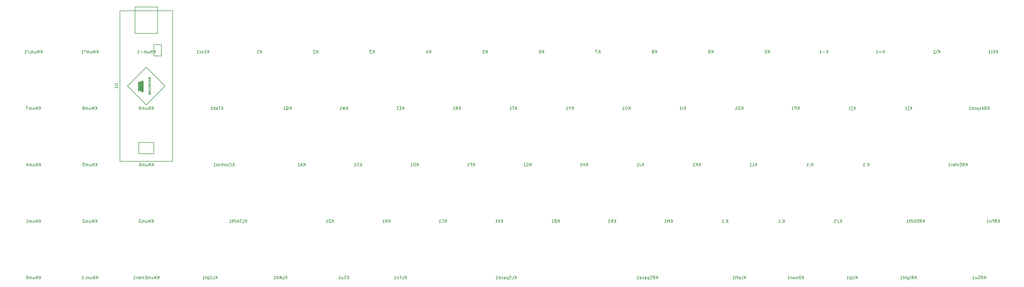
<source format=gbr>
%TF.GenerationSoftware,KiCad,Pcbnew,(5.1.6)-1*%
%TF.CreationDate,2020-06-24T11:27:28-04:00*%
%TF.ProjectId,southpaw6.35,736f7574-6870-4617-9736-2e33352e6b69,rev?*%
%TF.SameCoordinates,Original*%
%TF.FileFunction,Legend,Bot*%
%TF.FilePolarity,Positive*%
%FSLAX46Y46*%
G04 Gerber Fmt 4.6, Leading zero omitted, Abs format (unit mm)*
G04 Created by KiCad (PCBNEW (5.1.6)-1) date 2020-06-24 11:27:28*
%MOMM*%
%LPD*%
G01*
G04 APERTURE LIST*
%ADD10C,0.150000*%
%ADD11C,0.100000*%
%ADD12C,0.200000*%
G04 APERTURE END LIST*
D10*
%TO.C,U1*%
X83185000Y-94932000D02*
X75565000Y-94932000D01*
X75565000Y-86042000D02*
X83185000Y-86042000D01*
X75565000Y-94932000D02*
X75565000Y-86042000D01*
X83185000Y-94932000D02*
X83185000Y-86042000D01*
X84455000Y-98742000D02*
X84455000Y-102552000D01*
X84455000Y-102552000D02*
X83185000Y-102552000D01*
X83185000Y-102552000D02*
X81915000Y-102552000D01*
X81915000Y-102552000D02*
X81915000Y-98742000D01*
X81915000Y-98742000D02*
X84455000Y-98742000D01*
X81915000Y-135572000D02*
X81915000Y-131762000D01*
X81915000Y-131762000D02*
X76835000Y-131762000D01*
X76835000Y-131762000D02*
X76835000Y-135572000D01*
X76835000Y-135572000D02*
X81915000Y-135572000D01*
X85725000Y-112712000D02*
X79375000Y-106362000D01*
X79375000Y-106362000D02*
X73025000Y-112712000D01*
X73025000Y-112712000D02*
X79375000Y-119062000D01*
X79375000Y-119062000D02*
X85725000Y-112712000D01*
X70485000Y-87312000D02*
X70485000Y-138112000D01*
X70485000Y-138112000D02*
X88265000Y-138112000D01*
X88265000Y-138112000D02*
X88265000Y-87312000D01*
X88265000Y-87312000D02*
X70485000Y-87312000D01*
D11*
G36*
X77978000Y-111696000D02*
G01*
X76962000Y-111696000D01*
X76962000Y-111315000D01*
X77978000Y-110934000D01*
X77978000Y-111188000D01*
X77216000Y-111442000D01*
X77978000Y-111442000D01*
X77978000Y-111696000D01*
G37*
X77978000Y-111696000D02*
X76962000Y-111696000D01*
X76962000Y-111315000D01*
X77978000Y-110934000D01*
X77978000Y-111188000D01*
X77216000Y-111442000D01*
X77978000Y-111442000D01*
X77978000Y-111696000D01*
G36*
X77978000Y-113220000D02*
G01*
X76962000Y-113220000D01*
X76962000Y-112204000D01*
X77978000Y-112204000D01*
X77978000Y-112458000D01*
X77216000Y-112458000D01*
X77216000Y-112585000D01*
X77978000Y-112585000D01*
X77978000Y-112839000D01*
X77216000Y-112839000D01*
X77216000Y-112966000D01*
X77978000Y-112966000D01*
X77978000Y-113220000D01*
G37*
X77978000Y-113220000D02*
X76962000Y-113220000D01*
X76962000Y-112204000D01*
X77978000Y-112204000D01*
X77978000Y-112458000D01*
X77216000Y-112458000D01*
X77216000Y-112585000D01*
X77978000Y-112585000D01*
X77978000Y-112839000D01*
X77216000Y-112839000D01*
X77216000Y-112966000D01*
X77978000Y-112966000D01*
X77978000Y-113220000D01*
G36*
X76835000Y-114363000D02*
G01*
X76835000Y-112077000D01*
X77978000Y-112077000D01*
X77978000Y-111823000D01*
X76835000Y-111823000D01*
X76835000Y-111315000D01*
X76581000Y-111442000D01*
X76581000Y-114363000D01*
X76835000Y-114363000D01*
G37*
X76835000Y-114363000D02*
X76835000Y-112077000D01*
X77978000Y-112077000D01*
X77978000Y-111823000D01*
X76835000Y-111823000D01*
X76835000Y-111315000D01*
X76581000Y-111442000D01*
X76581000Y-114363000D01*
X76835000Y-114363000D01*
G36*
X76962000Y-114109000D02*
G01*
X77978000Y-114109000D01*
X77978000Y-114744000D01*
X77724000Y-114871000D01*
X77724000Y-114363000D01*
X76962000Y-114363000D01*
X76962000Y-114109000D01*
G37*
X76962000Y-114109000D02*
X77978000Y-114109000D01*
X77978000Y-114744000D01*
X77724000Y-114871000D01*
X77724000Y-114363000D01*
X76962000Y-114363000D01*
X76962000Y-114109000D01*
G36*
X76962000Y-113347000D02*
G01*
X76962000Y-113982000D01*
X77216000Y-113982000D01*
X77216000Y-113601000D01*
X77343000Y-113601000D01*
X77343000Y-113982000D01*
X77597000Y-113982000D01*
X77597000Y-113601000D01*
X77724000Y-113601000D01*
X77724000Y-113982000D01*
X77978000Y-113982000D01*
X77978000Y-113347000D01*
X76962000Y-113347000D01*
G37*
X76962000Y-113347000D02*
X76962000Y-113982000D01*
X77216000Y-113982000D01*
X77216000Y-113601000D01*
X77343000Y-113601000D01*
X77343000Y-113982000D01*
X77597000Y-113982000D01*
X77597000Y-113601000D01*
X77724000Y-113601000D01*
X77724000Y-113982000D01*
X77978000Y-113982000D01*
X77978000Y-113347000D01*
X76962000Y-113347000D01*
G36*
X78105000Y-110934000D02*
G01*
X78105000Y-114744000D01*
X78359000Y-114617000D01*
X78359000Y-110934000D01*
X78105000Y-110934000D01*
G37*
X78105000Y-110934000D02*
X78105000Y-114744000D01*
X78359000Y-114617000D01*
X78359000Y-110934000D01*
X78105000Y-110934000D01*
D10*
X68667380Y-111950095D02*
X69476904Y-111950095D01*
X69572142Y-111997714D01*
X69619761Y-112045333D01*
X69667380Y-112140571D01*
X69667380Y-112331047D01*
X69619761Y-112426285D01*
X69572142Y-112473904D01*
X69476904Y-112521523D01*
X68667380Y-112521523D01*
X69667380Y-113521523D02*
X69667380Y-112950095D01*
X69667380Y-113235809D02*
X68667380Y-113235809D01*
X68810238Y-113140571D01*
X68905476Y-113045333D01*
X68953095Y-112950095D01*
X80834666Y-109862000D02*
X80834666Y-109995333D01*
X80801333Y-110062000D01*
X80768000Y-110095333D01*
X80668000Y-110162000D01*
X80534666Y-110195333D01*
X80268000Y-110195333D01*
X80201333Y-110162000D01*
X80168000Y-110128666D01*
X80134666Y-110062000D01*
X80134666Y-109928666D01*
X80168000Y-109862000D01*
X80201333Y-109828666D01*
X80268000Y-109795333D01*
X80434666Y-109795333D01*
X80501333Y-109828666D01*
X80534666Y-109862000D01*
X80568000Y-109928666D01*
X80568000Y-110062000D01*
X80534666Y-110128666D01*
X80501333Y-110162000D01*
X80434666Y-110195333D01*
X80134666Y-110628666D02*
X80134666Y-110695333D01*
X80168000Y-110762000D01*
X80201333Y-110795333D01*
X80268000Y-110828666D01*
X80401333Y-110862000D01*
X80568000Y-110862000D01*
X80701333Y-110828666D01*
X80768000Y-110795333D01*
X80801333Y-110762000D01*
X80834666Y-110695333D01*
X80834666Y-110628666D01*
X80801333Y-110562000D01*
X80768000Y-110528666D01*
X80701333Y-110495333D01*
X80568000Y-110462000D01*
X80401333Y-110462000D01*
X80268000Y-110495333D01*
X80201333Y-110528666D01*
X80168000Y-110562000D01*
X80134666Y-110628666D01*
X80134666Y-111162000D02*
X80701333Y-111162000D01*
X80768000Y-111195333D01*
X80801333Y-111228666D01*
X80834666Y-111295333D01*
X80834666Y-111428666D01*
X80801333Y-111495333D01*
X80768000Y-111528666D01*
X80701333Y-111562000D01*
X80134666Y-111562000D01*
X80801333Y-111862000D02*
X80834666Y-111962000D01*
X80834666Y-112128666D01*
X80801333Y-112195333D01*
X80768000Y-112228666D01*
X80701333Y-112262000D01*
X80634666Y-112262000D01*
X80568000Y-112228666D01*
X80534666Y-112195333D01*
X80501333Y-112128666D01*
X80468000Y-111995333D01*
X80434666Y-111928666D01*
X80401333Y-111895333D01*
X80334666Y-111862000D01*
X80268000Y-111862000D01*
X80201333Y-111895333D01*
X80168000Y-111928666D01*
X80134666Y-111995333D01*
X80134666Y-112162000D01*
X80168000Y-112262000D01*
X80468000Y-112795333D02*
X80501333Y-112895333D01*
X80534666Y-112928666D01*
X80601333Y-112962000D01*
X80701333Y-112962000D01*
X80768000Y-112928666D01*
X80801333Y-112895333D01*
X80834666Y-112828666D01*
X80834666Y-112562000D01*
X80134666Y-112562000D01*
X80134666Y-112795333D01*
X80168000Y-112862000D01*
X80201333Y-112895333D01*
X80268000Y-112928666D01*
X80334666Y-112928666D01*
X80401333Y-112895333D01*
X80434666Y-112862000D01*
X80468000Y-112795333D01*
X80468000Y-112562000D01*
X80834666Y-113628666D02*
X80834666Y-113228666D01*
X80834666Y-113428666D02*
X80134666Y-113428666D01*
X80234666Y-113362000D01*
X80301333Y-113295333D01*
X80334666Y-113228666D01*
X80201333Y-113895333D02*
X80168000Y-113928666D01*
X80134666Y-113995333D01*
X80134666Y-114162000D01*
X80168000Y-114228666D01*
X80201333Y-114262000D01*
X80268000Y-114295333D01*
X80334666Y-114295333D01*
X80434666Y-114262000D01*
X80834666Y-113862000D01*
X80834666Y-114295333D01*
X80434666Y-114695333D02*
X80401333Y-114628666D01*
X80368000Y-114595333D01*
X80301333Y-114562000D01*
X80268000Y-114562000D01*
X80201333Y-114595333D01*
X80168000Y-114628666D01*
X80134666Y-114695333D01*
X80134666Y-114828666D01*
X80168000Y-114895333D01*
X80201333Y-114928666D01*
X80268000Y-114962000D01*
X80301333Y-114962000D01*
X80368000Y-114928666D01*
X80401333Y-114895333D01*
X80434666Y-114828666D01*
X80434666Y-114695333D01*
X80468000Y-114628666D01*
X80501333Y-114595333D01*
X80568000Y-114562000D01*
X80701333Y-114562000D01*
X80768000Y-114595333D01*
X80801333Y-114628666D01*
X80834666Y-114695333D01*
X80834666Y-114828666D01*
X80801333Y-114895333D01*
X80768000Y-114928666D01*
X80701333Y-114962000D01*
X80568000Y-114962000D01*
X80501333Y-114928666D01*
X80468000Y-114895333D01*
X80434666Y-114828666D01*
X80134666Y-115562000D02*
X80134666Y-115428666D01*
X80168000Y-115362000D01*
X80201333Y-115328666D01*
X80301333Y-115262000D01*
X80434666Y-115228666D01*
X80701333Y-115228666D01*
X80768000Y-115262000D01*
X80801333Y-115295333D01*
X80834666Y-115362000D01*
X80834666Y-115495333D01*
X80801333Y-115562000D01*
X80768000Y-115595333D01*
X80701333Y-115628666D01*
X80534666Y-115628666D01*
X80468000Y-115595333D01*
X80434666Y-115562000D01*
X80401333Y-115495333D01*
X80401333Y-115362000D01*
X80434666Y-115295333D01*
X80468000Y-115262000D01*
X80534666Y-115228666D01*
%TO.C,KP1*%
D12*
X299688095Y-120658380D02*
X299688095Y-119658380D01*
X299116666Y-120658380D02*
X299545238Y-120086952D01*
X299116666Y-119658380D02*
X299688095Y-120229809D01*
X298688095Y-120658380D02*
X298688095Y-119658380D01*
X298307142Y-119658380D01*
X298211904Y-119706000D01*
X298164285Y-119753619D01*
X298116666Y-119848857D01*
X298116666Y-119991714D01*
X298164285Y-120086952D01*
X298211904Y-120134571D01*
X298307142Y-120182190D01*
X298688095Y-120182190D01*
X297164285Y-120658380D02*
X297735714Y-120658380D01*
X297450000Y-120658380D02*
X297450000Y-119658380D01*
X297545238Y-119801238D01*
X297640476Y-119896476D01*
X297735714Y-119944095D01*
%TO.C,KRFn1*%
X367244047Y-158758380D02*
X367244047Y-157758380D01*
X366672619Y-158758380D02*
X367101190Y-158186952D01*
X366672619Y-157758380D02*
X367244047Y-158329809D01*
X365672619Y-158758380D02*
X366005952Y-158282190D01*
X366244047Y-158758380D02*
X366244047Y-157758380D01*
X365863095Y-157758380D01*
X365767857Y-157806000D01*
X365720238Y-157853619D01*
X365672619Y-157948857D01*
X365672619Y-158091714D01*
X365720238Y-158186952D01*
X365767857Y-158234571D01*
X365863095Y-158282190D01*
X366244047Y-158282190D01*
X364910714Y-158234571D02*
X365244047Y-158234571D01*
X365244047Y-158758380D02*
X365244047Y-157758380D01*
X364767857Y-157758380D01*
X364386904Y-158091714D02*
X364386904Y-158758380D01*
X364386904Y-158186952D02*
X364339285Y-158139333D01*
X364244047Y-158091714D01*
X364101190Y-158091714D01*
X364005952Y-158139333D01*
X363958333Y-158234571D01*
X363958333Y-158758380D01*
X362958333Y-158758380D02*
X363529761Y-158758380D01*
X363244047Y-158758380D02*
X363244047Y-157758380D01*
X363339285Y-157901238D01*
X363434523Y-157996476D01*
X363529761Y-158044095D01*
%TO.C,KLFn1*%
X167123809Y-177808380D02*
X167123809Y-176808380D01*
X166552380Y-177808380D02*
X166980952Y-177236952D01*
X166552380Y-176808380D02*
X167123809Y-177379809D01*
X165647619Y-177808380D02*
X166123809Y-177808380D01*
X166123809Y-176808380D01*
X164980952Y-177284571D02*
X165314285Y-177284571D01*
X165314285Y-177808380D02*
X165314285Y-176808380D01*
X164838095Y-176808380D01*
X164457142Y-177141714D02*
X164457142Y-177808380D01*
X164457142Y-177236952D02*
X164409523Y-177189333D01*
X164314285Y-177141714D01*
X164171428Y-177141714D01*
X164076190Y-177189333D01*
X164028571Y-177284571D01*
X164028571Y-177808380D01*
X163028571Y-177808380D02*
X163600000Y-177808380D01*
X163314285Y-177808380D02*
X163314285Y-176808380D01*
X163409523Y-176951238D01*
X163504761Y-177046476D01*
X163600000Y-177094095D01*
%TO.C,KW1*%
X147359523Y-120658380D02*
X147359523Y-119658380D01*
X146788095Y-120658380D02*
X147216666Y-120086952D01*
X146788095Y-119658380D02*
X147359523Y-120229809D01*
X146454761Y-119658380D02*
X146216666Y-120658380D01*
X146026190Y-119944095D01*
X145835714Y-120658380D01*
X145597619Y-119658380D01*
X144692857Y-120658380D02*
X145264285Y-120658380D01*
X144978571Y-120658380D02*
X144978571Y-119658380D01*
X145073809Y-119801238D01*
X145169047Y-119896476D01*
X145264285Y-119944095D01*
%TO.C,KZ1*%
X142502285Y-158758380D02*
X142502285Y-157758380D01*
X141930857Y-158758380D02*
X142359428Y-158186952D01*
X141930857Y-157758380D02*
X142502285Y-158329809D01*
X141597523Y-157758380D02*
X140930857Y-157758380D01*
X141597523Y-158758380D01*
X140930857Y-158758380D01*
X140026095Y-158758380D02*
X140597523Y-158758380D01*
X140311809Y-158758380D02*
X140311809Y-157758380D01*
X140407047Y-157901238D01*
X140502285Y-157996476D01*
X140597523Y-158044095D01*
%TO.C,KY1*%
X223416666Y-120658380D02*
X223416666Y-119658380D01*
X222845238Y-120658380D02*
X223273809Y-120086952D01*
X222845238Y-119658380D02*
X223416666Y-120229809D01*
X222226190Y-120182190D02*
X222226190Y-120658380D01*
X222559523Y-119658380D02*
X222226190Y-120182190D01*
X221892857Y-119658380D01*
X221035714Y-120658380D02*
X221607142Y-120658380D01*
X221321428Y-120658380D02*
X221321428Y-119658380D01*
X221416666Y-119801238D01*
X221511904Y-119896476D01*
X221607142Y-119944095D01*
%TO.C,KX1*%
X161552285Y-158758380D02*
X161552285Y-157758380D01*
X160980857Y-158758380D02*
X161409428Y-158186952D01*
X160980857Y-157758380D02*
X161552285Y-158329809D01*
X160647523Y-157758380D02*
X159980857Y-158758380D01*
X159980857Y-157758380D02*
X160647523Y-158758380D01*
X159076095Y-158758380D02*
X159647523Y-158758380D01*
X159361809Y-158758380D02*
X159361809Y-157758380D01*
X159457047Y-157901238D01*
X159552285Y-157996476D01*
X159647523Y-158044095D01*
%TO.C,KV1*%
X199604666Y-158758380D02*
X199604666Y-157758380D01*
X199033238Y-158758380D02*
X199461809Y-158186952D01*
X199033238Y-157758380D02*
X199604666Y-158329809D01*
X198747523Y-157758380D02*
X198414190Y-158758380D01*
X198080857Y-157758380D01*
X197223714Y-158758380D02*
X197795142Y-158758380D01*
X197509428Y-158758380D02*
X197509428Y-157758380D01*
X197604666Y-157901238D01*
X197699904Y-157996476D01*
X197795142Y-158044095D01*
%TO.C,KUp1*%
X319214285Y-177808380D02*
X319214285Y-176808380D01*
X318642857Y-177808380D02*
X319071428Y-177236952D01*
X318642857Y-176808380D02*
X319214285Y-177379809D01*
X318214285Y-176808380D02*
X318214285Y-177617904D01*
X318166666Y-177713142D01*
X318119047Y-177760761D01*
X318023809Y-177808380D01*
X317833333Y-177808380D01*
X317738095Y-177760761D01*
X317690476Y-177713142D01*
X317642857Y-177617904D01*
X317642857Y-176808380D01*
X317166666Y-177141714D02*
X317166666Y-178141714D01*
X317166666Y-177189333D02*
X317071428Y-177141714D01*
X316880952Y-177141714D01*
X316785714Y-177189333D01*
X316738095Y-177236952D01*
X316690476Y-177332190D01*
X316690476Y-177617904D01*
X316738095Y-177713142D01*
X316785714Y-177760761D01*
X316880952Y-177808380D01*
X317071428Y-177808380D01*
X317166666Y-177760761D01*
X315738095Y-177808380D02*
X316309523Y-177808380D01*
X316023809Y-177808380D02*
X316023809Y-176808380D01*
X316119047Y-176951238D01*
X316214285Y-177046476D01*
X316309523Y-177094095D01*
%TO.C,KU1*%
X242561904Y-120658380D02*
X242561904Y-119658380D01*
X241990476Y-120658380D02*
X242419047Y-120086952D01*
X241990476Y-119658380D02*
X242561904Y-120229809D01*
X241561904Y-119658380D02*
X241561904Y-120467904D01*
X241514285Y-120563142D01*
X241466666Y-120610761D01*
X241371428Y-120658380D01*
X241180952Y-120658380D01*
X241085714Y-120610761D01*
X241038095Y-120563142D01*
X240990476Y-120467904D01*
X240990476Y-119658380D01*
X239990476Y-120658380D02*
X240561904Y-120658380D01*
X240276190Y-120658380D02*
X240276190Y-119658380D01*
X240371428Y-119801238D01*
X240466666Y-119896476D01*
X240561904Y-119944095D01*
%TO.C,Ktil1*%
X366648809Y-101607880D02*
X366648809Y-100607880D01*
X366077380Y-101607880D02*
X366505952Y-101036452D01*
X366077380Y-100607880D02*
X366648809Y-101179309D01*
X365791666Y-100941214D02*
X365410714Y-100941214D01*
X365648809Y-100607880D02*
X365648809Y-101465023D01*
X365601190Y-101560261D01*
X365505952Y-101607880D01*
X365410714Y-101607880D01*
X365077380Y-101607880D02*
X365077380Y-100941214D01*
X365077380Y-100607880D02*
X365125000Y-100655500D01*
X365077380Y-100703119D01*
X365029761Y-100655500D01*
X365077380Y-100607880D01*
X365077380Y-100703119D01*
X364458333Y-101607880D02*
X364553571Y-101560261D01*
X364601190Y-101465023D01*
X364601190Y-100607880D01*
X363553571Y-101607880D02*
X364125000Y-101607880D01*
X363839285Y-101607880D02*
X363839285Y-100607880D01*
X363934523Y-100750738D01*
X364029761Y-100845976D01*
X364125000Y-100893595D01*
%TO.C,KTab1*%
X105211809Y-120658380D02*
X105211809Y-119658380D01*
X104640380Y-120658380D02*
X105068952Y-120086952D01*
X104640380Y-119658380D02*
X105211809Y-120229809D01*
X104354666Y-119658380D02*
X103783238Y-119658380D01*
X104068952Y-120658380D02*
X104068952Y-119658380D01*
X103021333Y-120658380D02*
X103021333Y-120134571D01*
X103068952Y-120039333D01*
X103164190Y-119991714D01*
X103354666Y-119991714D01*
X103449904Y-120039333D01*
X103021333Y-120610761D02*
X103116571Y-120658380D01*
X103354666Y-120658380D01*
X103449904Y-120610761D01*
X103497523Y-120515523D01*
X103497523Y-120420285D01*
X103449904Y-120325047D01*
X103354666Y-120277428D01*
X103116571Y-120277428D01*
X103021333Y-120229809D01*
X102545142Y-120658380D02*
X102545142Y-119658380D01*
X102545142Y-120039333D02*
X102449904Y-119991714D01*
X102259428Y-119991714D01*
X102164190Y-120039333D01*
X102116571Y-120086952D01*
X102068952Y-120182190D01*
X102068952Y-120467904D01*
X102116571Y-120563142D01*
X102164190Y-120610761D01*
X102259428Y-120658380D01*
X102449904Y-120658380D01*
X102545142Y-120610761D01*
X101116571Y-120658380D02*
X101688000Y-120658380D01*
X101402285Y-120658380D02*
X101402285Y-119658380D01*
X101497523Y-119801238D01*
X101592761Y-119896476D01*
X101688000Y-119944095D01*
%TO.C,KT1*%
X204319047Y-120658380D02*
X204319047Y-119658380D01*
X203747619Y-120658380D02*
X204176190Y-120086952D01*
X203747619Y-119658380D02*
X204319047Y-120229809D01*
X203461904Y-119658380D02*
X202890476Y-119658380D01*
X203176190Y-120658380D02*
X203176190Y-119658380D01*
X202033333Y-120658380D02*
X202604761Y-120658380D01*
X202319047Y-120658380D02*
X202319047Y-119658380D01*
X202414285Y-119801238D01*
X202509523Y-119896476D01*
X202604761Y-119944095D01*
%TO.C,KSu1*%
X147716666Y-177808380D02*
X147716666Y-176808380D01*
X147145238Y-177808380D02*
X147573809Y-177236952D01*
X147145238Y-176808380D02*
X147716666Y-177379809D01*
X146764285Y-177760761D02*
X146621428Y-177808380D01*
X146383333Y-177808380D01*
X146288095Y-177760761D01*
X146240476Y-177713142D01*
X146192857Y-177617904D01*
X146192857Y-177522666D01*
X146240476Y-177427428D01*
X146288095Y-177379809D01*
X146383333Y-177332190D01*
X146573809Y-177284571D01*
X146669047Y-177236952D01*
X146716666Y-177189333D01*
X146764285Y-177094095D01*
X146764285Y-176998857D01*
X146716666Y-176903619D01*
X146669047Y-176856000D01*
X146573809Y-176808380D01*
X146335714Y-176808380D01*
X146192857Y-176856000D01*
X145335714Y-177141714D02*
X145335714Y-177808380D01*
X145764285Y-177141714D02*
X145764285Y-177665523D01*
X145716666Y-177760761D01*
X145621428Y-177808380D01*
X145478571Y-177808380D01*
X145383333Y-177760761D01*
X145335714Y-177713142D01*
X144335714Y-177808380D02*
X144907142Y-177808380D01*
X144621428Y-177808380D02*
X144621428Y-176808380D01*
X144716666Y-176951238D01*
X144811904Y-177046476D01*
X144907142Y-177094095D01*
%TO.C,KS1*%
X152026285Y-139708380D02*
X152026285Y-138708380D01*
X151454857Y-139708380D02*
X151883428Y-139136952D01*
X151454857Y-138708380D02*
X152026285Y-139279809D01*
X151073904Y-139660761D02*
X150931047Y-139708380D01*
X150692952Y-139708380D01*
X150597714Y-139660761D01*
X150550095Y-139613142D01*
X150502476Y-139517904D01*
X150502476Y-139422666D01*
X150550095Y-139327428D01*
X150597714Y-139279809D01*
X150692952Y-139232190D01*
X150883428Y-139184571D01*
X150978666Y-139136952D01*
X151026285Y-139089333D01*
X151073904Y-138994095D01*
X151073904Y-138898857D01*
X151026285Y-138803619D01*
X150978666Y-138756000D01*
X150883428Y-138708380D01*
X150645333Y-138708380D01*
X150502476Y-138756000D01*
X149550095Y-139708380D02*
X150121523Y-139708380D01*
X149835809Y-139708380D02*
X149835809Y-138708380D01*
X149931047Y-138851238D01*
X150026285Y-138946476D01*
X150121523Y-138994095D01*
%TO.C,KRSu1*%
X362528666Y-177808380D02*
X362528666Y-176808380D01*
X361957238Y-177808380D02*
X362385809Y-177236952D01*
X361957238Y-176808380D02*
X362528666Y-177379809D01*
X360957238Y-177808380D02*
X361290571Y-177332190D01*
X361528666Y-177808380D02*
X361528666Y-176808380D01*
X361147714Y-176808380D01*
X361052476Y-176856000D01*
X361004857Y-176903619D01*
X360957238Y-176998857D01*
X360957238Y-177141714D01*
X361004857Y-177236952D01*
X361052476Y-177284571D01*
X361147714Y-177332190D01*
X361528666Y-177332190D01*
X360576285Y-177760761D02*
X360433428Y-177808380D01*
X360195333Y-177808380D01*
X360100095Y-177760761D01*
X360052476Y-177713142D01*
X360004857Y-177617904D01*
X360004857Y-177522666D01*
X360052476Y-177427428D01*
X360100095Y-177379809D01*
X360195333Y-177332190D01*
X360385809Y-177284571D01*
X360481047Y-177236952D01*
X360528666Y-177189333D01*
X360576285Y-177094095D01*
X360576285Y-176998857D01*
X360528666Y-176903619D01*
X360481047Y-176856000D01*
X360385809Y-176808380D01*
X360147714Y-176808380D01*
X360004857Y-176856000D01*
X359147714Y-177141714D02*
X359147714Y-177808380D01*
X359576285Y-177141714D02*
X359576285Y-177665523D01*
X359528666Y-177760761D01*
X359433428Y-177808380D01*
X359290571Y-177808380D01*
X359195333Y-177760761D01*
X359147714Y-177713142D01*
X358147714Y-177808380D02*
X358719142Y-177808380D01*
X358433428Y-177808380D02*
X358433428Y-176808380D01*
X358528666Y-176951238D01*
X358623904Y-177046476D01*
X358719142Y-177094095D01*
%TO.C,KRSpace1*%
X251920190Y-177808380D02*
X251920190Y-176808380D01*
X251348761Y-177808380D02*
X251777333Y-177236952D01*
X251348761Y-176808380D02*
X251920190Y-177379809D01*
X250348761Y-177808380D02*
X250682095Y-177332190D01*
X250920190Y-177808380D02*
X250920190Y-176808380D01*
X250539238Y-176808380D01*
X250444000Y-176856000D01*
X250396380Y-176903619D01*
X250348761Y-176998857D01*
X250348761Y-177141714D01*
X250396380Y-177236952D01*
X250444000Y-177284571D01*
X250539238Y-177332190D01*
X250920190Y-177332190D01*
X249967809Y-177760761D02*
X249824952Y-177808380D01*
X249586857Y-177808380D01*
X249491619Y-177760761D01*
X249444000Y-177713142D01*
X249396380Y-177617904D01*
X249396380Y-177522666D01*
X249444000Y-177427428D01*
X249491619Y-177379809D01*
X249586857Y-177332190D01*
X249777333Y-177284571D01*
X249872571Y-177236952D01*
X249920190Y-177189333D01*
X249967809Y-177094095D01*
X249967809Y-176998857D01*
X249920190Y-176903619D01*
X249872571Y-176856000D01*
X249777333Y-176808380D01*
X249539238Y-176808380D01*
X249396380Y-176856000D01*
X248967809Y-177141714D02*
X248967809Y-178141714D01*
X248967809Y-177189333D02*
X248872571Y-177141714D01*
X248682095Y-177141714D01*
X248586857Y-177189333D01*
X248539238Y-177236952D01*
X248491619Y-177332190D01*
X248491619Y-177617904D01*
X248539238Y-177713142D01*
X248586857Y-177760761D01*
X248682095Y-177808380D01*
X248872571Y-177808380D01*
X248967809Y-177760761D01*
X247634476Y-177808380D02*
X247634476Y-177284571D01*
X247682095Y-177189333D01*
X247777333Y-177141714D01*
X247967809Y-177141714D01*
X248063047Y-177189333D01*
X247634476Y-177760761D02*
X247729714Y-177808380D01*
X247967809Y-177808380D01*
X248063047Y-177760761D01*
X248110666Y-177665523D01*
X248110666Y-177570285D01*
X248063047Y-177475047D01*
X247967809Y-177427428D01*
X247729714Y-177427428D01*
X247634476Y-177379809D01*
X246729714Y-177760761D02*
X246824952Y-177808380D01*
X247015428Y-177808380D01*
X247110666Y-177760761D01*
X247158285Y-177713142D01*
X247205904Y-177617904D01*
X247205904Y-177332190D01*
X247158285Y-177236952D01*
X247110666Y-177189333D01*
X247015428Y-177141714D01*
X246824952Y-177141714D01*
X246729714Y-177189333D01*
X245920190Y-177760761D02*
X246015428Y-177808380D01*
X246205904Y-177808380D01*
X246301142Y-177760761D01*
X246348761Y-177665523D01*
X246348761Y-177284571D01*
X246301142Y-177189333D01*
X246205904Y-177141714D01*
X246015428Y-177141714D01*
X245920190Y-177189333D01*
X245872571Y-177284571D01*
X245872571Y-177379809D01*
X246348761Y-177475047D01*
X244920190Y-177808380D02*
X245491619Y-177808380D01*
X245205904Y-177808380D02*
X245205904Y-176808380D01*
X245301142Y-176951238D01*
X245396380Y-177046476D01*
X245491619Y-177094095D01*
%TO.C,KRShift1*%
X341907190Y-158758380D02*
X341907190Y-157758380D01*
X341335761Y-158758380D02*
X341764333Y-158186952D01*
X341335761Y-157758380D02*
X341907190Y-158329809D01*
X340335761Y-158758380D02*
X340669095Y-158282190D01*
X340907190Y-158758380D02*
X340907190Y-157758380D01*
X340526238Y-157758380D01*
X340431000Y-157806000D01*
X340383380Y-157853619D01*
X340335761Y-157948857D01*
X340335761Y-158091714D01*
X340383380Y-158186952D01*
X340431000Y-158234571D01*
X340526238Y-158282190D01*
X340907190Y-158282190D01*
X339954809Y-158710761D02*
X339811952Y-158758380D01*
X339573857Y-158758380D01*
X339478619Y-158710761D01*
X339431000Y-158663142D01*
X339383380Y-158567904D01*
X339383380Y-158472666D01*
X339431000Y-158377428D01*
X339478619Y-158329809D01*
X339573857Y-158282190D01*
X339764333Y-158234571D01*
X339859571Y-158186952D01*
X339907190Y-158139333D01*
X339954809Y-158044095D01*
X339954809Y-157948857D01*
X339907190Y-157853619D01*
X339859571Y-157806000D01*
X339764333Y-157758380D01*
X339526238Y-157758380D01*
X339383380Y-157806000D01*
X338954809Y-158758380D02*
X338954809Y-157758380D01*
X338526238Y-158758380D02*
X338526238Y-158234571D01*
X338573857Y-158139333D01*
X338669095Y-158091714D01*
X338811952Y-158091714D01*
X338907190Y-158139333D01*
X338954809Y-158186952D01*
X338050047Y-158758380D02*
X338050047Y-158091714D01*
X338050047Y-157758380D02*
X338097666Y-157806000D01*
X338050047Y-157853619D01*
X338002428Y-157806000D01*
X338050047Y-157758380D01*
X338050047Y-157853619D01*
X337716714Y-158091714D02*
X337335761Y-158091714D01*
X337573857Y-158758380D02*
X337573857Y-157901238D01*
X337526238Y-157806000D01*
X337431000Y-157758380D01*
X337335761Y-157758380D01*
X337145285Y-158091714D02*
X336764333Y-158091714D01*
X337002428Y-157758380D02*
X337002428Y-158615523D01*
X336954809Y-158710761D01*
X336859571Y-158758380D01*
X336764333Y-158758380D01*
X335907190Y-158758380D02*
X336478619Y-158758380D01*
X336192904Y-158758380D02*
X336192904Y-157758380D01*
X336288142Y-157901238D01*
X336383380Y-157996476D01*
X336478619Y-158044095D01*
%TO.C,KRight1*%
X339216666Y-177808380D02*
X339216666Y-176808380D01*
X338645238Y-177808380D02*
X339073809Y-177236952D01*
X338645238Y-176808380D02*
X339216666Y-177379809D01*
X337645238Y-177808380D02*
X337978571Y-177332190D01*
X338216666Y-177808380D02*
X338216666Y-176808380D01*
X337835714Y-176808380D01*
X337740476Y-176856000D01*
X337692857Y-176903619D01*
X337645238Y-176998857D01*
X337645238Y-177141714D01*
X337692857Y-177236952D01*
X337740476Y-177284571D01*
X337835714Y-177332190D01*
X338216666Y-177332190D01*
X337216666Y-177808380D02*
X337216666Y-177141714D01*
X337216666Y-176808380D02*
X337264285Y-176856000D01*
X337216666Y-176903619D01*
X337169047Y-176856000D01*
X337216666Y-176808380D01*
X337216666Y-176903619D01*
X336311904Y-177141714D02*
X336311904Y-177951238D01*
X336359523Y-178046476D01*
X336407142Y-178094095D01*
X336502380Y-178141714D01*
X336645238Y-178141714D01*
X336740476Y-178094095D01*
X336311904Y-177760761D02*
X336407142Y-177808380D01*
X336597619Y-177808380D01*
X336692857Y-177760761D01*
X336740476Y-177713142D01*
X336788095Y-177617904D01*
X336788095Y-177332190D01*
X336740476Y-177236952D01*
X336692857Y-177189333D01*
X336597619Y-177141714D01*
X336407142Y-177141714D01*
X336311904Y-177189333D01*
X335835714Y-177808380D02*
X335835714Y-176808380D01*
X335407142Y-177808380D02*
X335407142Y-177284571D01*
X335454761Y-177189333D01*
X335550000Y-177141714D01*
X335692857Y-177141714D01*
X335788095Y-177189333D01*
X335835714Y-177236952D01*
X335073809Y-177141714D02*
X334692857Y-177141714D01*
X334930952Y-176808380D02*
X334930952Y-177665523D01*
X334883333Y-177760761D01*
X334788095Y-177808380D01*
X334692857Y-177808380D01*
X333835714Y-177808380D02*
X334407142Y-177808380D01*
X334121428Y-177808380D02*
X334121428Y-176808380D01*
X334216666Y-176951238D01*
X334311904Y-177046476D01*
X334407142Y-177094095D01*
%TO.C,KREnter1*%
X356385666Y-139708380D02*
X356385666Y-138708380D01*
X355814238Y-139708380D02*
X356242809Y-139136952D01*
X355814238Y-138708380D02*
X356385666Y-139279809D01*
X354814238Y-139708380D02*
X355147571Y-139232190D01*
X355385666Y-139708380D02*
X355385666Y-138708380D01*
X355004714Y-138708380D01*
X354909476Y-138756000D01*
X354861857Y-138803619D01*
X354814238Y-138898857D01*
X354814238Y-139041714D01*
X354861857Y-139136952D01*
X354909476Y-139184571D01*
X355004714Y-139232190D01*
X355385666Y-139232190D01*
X354385666Y-139184571D02*
X354052333Y-139184571D01*
X353909476Y-139708380D02*
X354385666Y-139708380D01*
X354385666Y-138708380D01*
X353909476Y-138708380D01*
X353480904Y-139041714D02*
X353480904Y-139708380D01*
X353480904Y-139136952D02*
X353433285Y-139089333D01*
X353338047Y-139041714D01*
X353195190Y-139041714D01*
X353099952Y-139089333D01*
X353052333Y-139184571D01*
X353052333Y-139708380D01*
X352719000Y-139041714D02*
X352338047Y-139041714D01*
X352576142Y-138708380D02*
X352576142Y-139565523D01*
X352528523Y-139660761D01*
X352433285Y-139708380D01*
X352338047Y-139708380D01*
X351623761Y-139660761D02*
X351719000Y-139708380D01*
X351909476Y-139708380D01*
X352004714Y-139660761D01*
X352052333Y-139565523D01*
X352052333Y-139184571D01*
X352004714Y-139089333D01*
X351909476Y-139041714D01*
X351719000Y-139041714D01*
X351623761Y-139089333D01*
X351576142Y-139184571D01*
X351576142Y-139279809D01*
X352052333Y-139375047D01*
X351147571Y-139708380D02*
X351147571Y-139041714D01*
X351147571Y-139232190D02*
X351099952Y-139136952D01*
X351052333Y-139089333D01*
X350957095Y-139041714D01*
X350861857Y-139041714D01*
X350004714Y-139708380D02*
X350576142Y-139708380D01*
X350290428Y-139708380D02*
X350290428Y-138708380D01*
X350385666Y-138851238D01*
X350480904Y-138946476D01*
X350576142Y-138994095D01*
%TO.C,KR1*%
X185388095Y-120658380D02*
X185388095Y-119658380D01*
X184816666Y-120658380D02*
X185245238Y-120086952D01*
X184816666Y-119658380D02*
X185388095Y-120229809D01*
X183816666Y-120658380D02*
X184150000Y-120182190D01*
X184388095Y-120658380D02*
X184388095Y-119658380D01*
X184007142Y-119658380D01*
X183911904Y-119706000D01*
X183864285Y-119753619D01*
X183816666Y-119848857D01*
X183816666Y-119991714D01*
X183864285Y-120086952D01*
X183911904Y-120134571D01*
X184007142Y-120182190D01*
X184388095Y-120182190D01*
X182864285Y-120658380D02*
X183435714Y-120658380D01*
X183150000Y-120658380D02*
X183150000Y-119658380D01*
X183245238Y-119801238D01*
X183340476Y-119896476D01*
X183435714Y-119944095D01*
%TO.C,KQ1*%
X128261904Y-120658380D02*
X128261904Y-119658380D01*
X127690476Y-120658380D02*
X128119047Y-120086952D01*
X127690476Y-119658380D02*
X128261904Y-120229809D01*
X126595238Y-120753619D02*
X126690476Y-120706000D01*
X126785714Y-120610761D01*
X126928571Y-120467904D01*
X127023809Y-120420285D01*
X127119047Y-120420285D01*
X127071428Y-120658380D02*
X127166666Y-120610761D01*
X127261904Y-120515523D01*
X127309523Y-120325047D01*
X127309523Y-119991714D01*
X127261904Y-119801238D01*
X127166666Y-119706000D01*
X127071428Y-119658380D01*
X126880952Y-119658380D01*
X126785714Y-119706000D01*
X126690476Y-119801238D01*
X126642857Y-119991714D01*
X126642857Y-120325047D01*
X126690476Y-120515523D01*
X126785714Y-120610761D01*
X126880952Y-120658380D01*
X127071428Y-120658380D01*
X125690476Y-120658380D02*
X126261904Y-120658380D01*
X125976190Y-120658380D02*
X125976190Y-119658380D01*
X126071428Y-119801238D01*
X126166666Y-119896476D01*
X126261904Y-119944095D01*
%TO.C,KO1*%
X280661904Y-120658380D02*
X280661904Y-119658380D01*
X280090476Y-120658380D02*
X280519047Y-120086952D01*
X280090476Y-119658380D02*
X280661904Y-120229809D01*
X279471428Y-119658380D02*
X279280952Y-119658380D01*
X279185714Y-119706000D01*
X279090476Y-119801238D01*
X279042857Y-119991714D01*
X279042857Y-120325047D01*
X279090476Y-120515523D01*
X279185714Y-120610761D01*
X279280952Y-120658380D01*
X279471428Y-120658380D01*
X279566666Y-120610761D01*
X279661904Y-120515523D01*
X279709523Y-120325047D01*
X279709523Y-119991714D01*
X279661904Y-119801238D01*
X279566666Y-119706000D01*
X279471428Y-119658380D01*
X278090476Y-120658380D02*
X278661904Y-120658380D01*
X278376190Y-120658380D02*
X278376190Y-119658380D01*
X278471428Y-119801238D01*
X278566666Y-119896476D01*
X278661904Y-119944095D01*
%TO.C,KNumEnter1*%
X83684523Y-177808380D02*
X83684523Y-176808380D01*
X83113095Y-177808380D02*
X83541666Y-177236952D01*
X83113095Y-176808380D02*
X83684523Y-177379809D01*
X82684523Y-177808380D02*
X82684523Y-176808380D01*
X82113095Y-177808380D01*
X82113095Y-176808380D01*
X81208333Y-177141714D02*
X81208333Y-177808380D01*
X81636904Y-177141714D02*
X81636904Y-177665523D01*
X81589285Y-177760761D01*
X81494047Y-177808380D01*
X81351190Y-177808380D01*
X81255952Y-177760761D01*
X81208333Y-177713142D01*
X80732142Y-177808380D02*
X80732142Y-177141714D01*
X80732142Y-177236952D02*
X80684523Y-177189333D01*
X80589285Y-177141714D01*
X80446428Y-177141714D01*
X80351190Y-177189333D01*
X80303571Y-177284571D01*
X80303571Y-177808380D01*
X80303571Y-177284571D02*
X80255952Y-177189333D01*
X80160714Y-177141714D01*
X80017857Y-177141714D01*
X79922619Y-177189333D01*
X79875000Y-177284571D01*
X79875000Y-177808380D01*
X79398809Y-177284571D02*
X79065476Y-177284571D01*
X78922619Y-177808380D02*
X79398809Y-177808380D01*
X79398809Y-176808380D01*
X78922619Y-176808380D01*
X78494047Y-177141714D02*
X78494047Y-177808380D01*
X78494047Y-177236952D02*
X78446428Y-177189333D01*
X78351190Y-177141714D01*
X78208333Y-177141714D01*
X78113095Y-177189333D01*
X78065476Y-177284571D01*
X78065476Y-177808380D01*
X77732142Y-177141714D02*
X77351190Y-177141714D01*
X77589285Y-176808380D02*
X77589285Y-177665523D01*
X77541666Y-177760761D01*
X77446428Y-177808380D01*
X77351190Y-177808380D01*
X76636904Y-177760761D02*
X76732142Y-177808380D01*
X76922619Y-177808380D01*
X77017857Y-177760761D01*
X77065476Y-177665523D01*
X77065476Y-177284571D01*
X77017857Y-177189333D01*
X76922619Y-177141714D01*
X76732142Y-177141714D01*
X76636904Y-177189333D01*
X76589285Y-177284571D01*
X76589285Y-177379809D01*
X77065476Y-177475047D01*
X76160714Y-177808380D02*
X76160714Y-177141714D01*
X76160714Y-177332190D02*
X76113095Y-177236952D01*
X76065476Y-177189333D01*
X75970238Y-177141714D01*
X75875000Y-177141714D01*
X75017857Y-177808380D02*
X75589285Y-177808380D01*
X75303571Y-177808380D02*
X75303571Y-176808380D01*
X75398809Y-176951238D01*
X75494047Y-177046476D01*
X75589285Y-177094095D01*
%TO.C,KNum/1*%
X44179761Y-101607880D02*
X44179761Y-100607880D01*
X43608333Y-101607880D02*
X44036904Y-101036452D01*
X43608333Y-100607880D02*
X44179761Y-101179309D01*
X43179761Y-101607880D02*
X43179761Y-100607880D01*
X42608333Y-101607880D01*
X42608333Y-100607880D01*
X41703571Y-100941214D02*
X41703571Y-101607880D01*
X42132142Y-100941214D02*
X42132142Y-101465023D01*
X42084523Y-101560261D01*
X41989285Y-101607880D01*
X41846428Y-101607880D01*
X41751190Y-101560261D01*
X41703571Y-101512642D01*
X41227380Y-101607880D02*
X41227380Y-100941214D01*
X41227380Y-101036452D02*
X41179761Y-100988833D01*
X41084523Y-100941214D01*
X40941666Y-100941214D01*
X40846428Y-100988833D01*
X40798809Y-101084071D01*
X40798809Y-101607880D01*
X40798809Y-101084071D02*
X40751190Y-100988833D01*
X40655952Y-100941214D01*
X40513095Y-100941214D01*
X40417857Y-100988833D01*
X40370238Y-101084071D01*
X40370238Y-101607880D01*
X39179761Y-100560261D02*
X40036904Y-101845976D01*
X38322619Y-101607880D02*
X38894047Y-101607880D01*
X38608333Y-101607880D02*
X38608333Y-100607880D01*
X38703571Y-100750738D01*
X38798809Y-100845976D01*
X38894047Y-100893595D01*
%TO.C,KNum-1*%
X82375000Y-101607880D02*
X82375000Y-100607880D01*
X81803571Y-101607880D02*
X82232142Y-101036452D01*
X81803571Y-100607880D02*
X82375000Y-101179309D01*
X81375000Y-101607880D02*
X81375000Y-100607880D01*
X80803571Y-101607880D01*
X80803571Y-100607880D01*
X79898809Y-100941214D02*
X79898809Y-101607880D01*
X80327380Y-100941214D02*
X80327380Y-101465023D01*
X80279761Y-101560261D01*
X80184523Y-101607880D01*
X80041666Y-101607880D01*
X79946428Y-101560261D01*
X79898809Y-101512642D01*
X79422619Y-101607880D02*
X79422619Y-100941214D01*
X79422619Y-101036452D02*
X79375000Y-100988833D01*
X79279761Y-100941214D01*
X79136904Y-100941214D01*
X79041666Y-100988833D01*
X78994047Y-101084071D01*
X78994047Y-101607880D01*
X78994047Y-101084071D02*
X78946428Y-100988833D01*
X78851190Y-100941214D01*
X78708333Y-100941214D01*
X78613095Y-100988833D01*
X78565476Y-101084071D01*
X78565476Y-101607880D01*
X78089285Y-101226928D02*
X77327380Y-101226928D01*
X76327380Y-101607880D02*
X76898809Y-101607880D01*
X76613095Y-101607880D02*
X76613095Y-100607880D01*
X76708333Y-100750738D01*
X76803571Y-100845976D01*
X76898809Y-100893595D01*
%TO.C,KNum\u002A1*%
X63086904Y-101607880D02*
X63086904Y-100607880D01*
X62515476Y-101607880D02*
X62944047Y-101036452D01*
X62515476Y-100607880D02*
X63086904Y-101179309D01*
X62086904Y-101607880D02*
X62086904Y-100607880D01*
X61515476Y-101607880D01*
X61515476Y-100607880D01*
X60610714Y-100941214D02*
X60610714Y-101607880D01*
X61039285Y-100941214D02*
X61039285Y-101465023D01*
X60991666Y-101560261D01*
X60896428Y-101607880D01*
X60753571Y-101607880D01*
X60658333Y-101560261D01*
X60610714Y-101512642D01*
X60134523Y-101607880D02*
X60134523Y-100941214D01*
X60134523Y-101036452D02*
X60086904Y-100988833D01*
X59991666Y-100941214D01*
X59848809Y-100941214D01*
X59753571Y-100988833D01*
X59705952Y-101084071D01*
X59705952Y-101607880D01*
X59705952Y-101084071D02*
X59658333Y-100988833D01*
X59563095Y-100941214D01*
X59420238Y-100941214D01*
X59325000Y-100988833D01*
X59277380Y-101084071D01*
X59277380Y-101607880D01*
X58658333Y-100607880D02*
X58658333Y-100845976D01*
X58896428Y-100750738D02*
X58658333Y-100845976D01*
X58420238Y-100750738D01*
X58801190Y-101036452D02*
X58658333Y-100845976D01*
X58515476Y-101036452D01*
X57515476Y-101607880D02*
X58086904Y-101607880D01*
X57801190Y-101607880D02*
X57801190Y-100607880D01*
X57896428Y-100750738D01*
X57991666Y-100845976D01*
X58086904Y-100893595D01*
%TO.C,KNum9*%
X81755952Y-120658380D02*
X81755952Y-119658380D01*
X81184523Y-120658380D02*
X81613095Y-120086952D01*
X81184523Y-119658380D02*
X81755952Y-120229809D01*
X80755952Y-120658380D02*
X80755952Y-119658380D01*
X80184523Y-120658380D01*
X80184523Y-119658380D01*
X79279761Y-119991714D02*
X79279761Y-120658380D01*
X79708333Y-119991714D02*
X79708333Y-120515523D01*
X79660714Y-120610761D01*
X79565476Y-120658380D01*
X79422619Y-120658380D01*
X79327380Y-120610761D01*
X79279761Y-120563142D01*
X78803571Y-120658380D02*
X78803571Y-119991714D01*
X78803571Y-120086952D02*
X78755952Y-120039333D01*
X78660714Y-119991714D01*
X78517857Y-119991714D01*
X78422619Y-120039333D01*
X78375000Y-120134571D01*
X78375000Y-120658380D01*
X78375000Y-120134571D02*
X78327380Y-120039333D01*
X78232142Y-119991714D01*
X78089285Y-119991714D01*
X77994047Y-120039333D01*
X77946428Y-120134571D01*
X77946428Y-120658380D01*
X77422619Y-120658380D02*
X77232142Y-120658380D01*
X77136904Y-120610761D01*
X77089285Y-120563142D01*
X76994047Y-120420285D01*
X76946428Y-120229809D01*
X76946428Y-119848857D01*
X76994047Y-119753619D01*
X77041666Y-119706000D01*
X77136904Y-119658380D01*
X77327380Y-119658380D01*
X77422619Y-119706000D01*
X77470238Y-119753619D01*
X77517857Y-119848857D01*
X77517857Y-120086952D01*
X77470238Y-120182190D01*
X77422619Y-120229809D01*
X77327380Y-120277428D01*
X77136904Y-120277428D01*
X77041666Y-120229809D01*
X76994047Y-120182190D01*
X76946428Y-120086952D01*
%TO.C,KNum8*%
X62705952Y-120658380D02*
X62705952Y-119658380D01*
X62134523Y-120658380D02*
X62563095Y-120086952D01*
X62134523Y-119658380D02*
X62705952Y-120229809D01*
X61705952Y-120658380D02*
X61705952Y-119658380D01*
X61134523Y-120658380D01*
X61134523Y-119658380D01*
X60229761Y-119991714D02*
X60229761Y-120658380D01*
X60658333Y-119991714D02*
X60658333Y-120515523D01*
X60610714Y-120610761D01*
X60515476Y-120658380D01*
X60372619Y-120658380D01*
X60277380Y-120610761D01*
X60229761Y-120563142D01*
X59753571Y-120658380D02*
X59753571Y-119991714D01*
X59753571Y-120086952D02*
X59705952Y-120039333D01*
X59610714Y-119991714D01*
X59467857Y-119991714D01*
X59372619Y-120039333D01*
X59325000Y-120134571D01*
X59325000Y-120658380D01*
X59325000Y-120134571D02*
X59277380Y-120039333D01*
X59182142Y-119991714D01*
X59039285Y-119991714D01*
X58944047Y-120039333D01*
X58896428Y-120134571D01*
X58896428Y-120658380D01*
X58277380Y-120086952D02*
X58372619Y-120039333D01*
X58420238Y-119991714D01*
X58467857Y-119896476D01*
X58467857Y-119848857D01*
X58420238Y-119753619D01*
X58372619Y-119706000D01*
X58277380Y-119658380D01*
X58086904Y-119658380D01*
X57991666Y-119706000D01*
X57944047Y-119753619D01*
X57896428Y-119848857D01*
X57896428Y-119896476D01*
X57944047Y-119991714D01*
X57991666Y-120039333D01*
X58086904Y-120086952D01*
X58277380Y-120086952D01*
X58372619Y-120134571D01*
X58420238Y-120182190D01*
X58467857Y-120277428D01*
X58467857Y-120467904D01*
X58420238Y-120563142D01*
X58372619Y-120610761D01*
X58277380Y-120658380D01*
X58086904Y-120658380D01*
X57991666Y-120610761D01*
X57944047Y-120563142D01*
X57896428Y-120467904D01*
X57896428Y-120277428D01*
X57944047Y-120182190D01*
X57991666Y-120134571D01*
X58086904Y-120086952D01*
%TO.C,KNum7*%
X43655952Y-120658380D02*
X43655952Y-119658380D01*
X43084523Y-120658380D02*
X43513095Y-120086952D01*
X43084523Y-119658380D02*
X43655952Y-120229809D01*
X42655952Y-120658380D02*
X42655952Y-119658380D01*
X42084523Y-120658380D01*
X42084523Y-119658380D01*
X41179761Y-119991714D02*
X41179761Y-120658380D01*
X41608333Y-119991714D02*
X41608333Y-120515523D01*
X41560714Y-120610761D01*
X41465476Y-120658380D01*
X41322619Y-120658380D01*
X41227380Y-120610761D01*
X41179761Y-120563142D01*
X40703571Y-120658380D02*
X40703571Y-119991714D01*
X40703571Y-120086952D02*
X40655952Y-120039333D01*
X40560714Y-119991714D01*
X40417857Y-119991714D01*
X40322619Y-120039333D01*
X40275000Y-120134571D01*
X40275000Y-120658380D01*
X40275000Y-120134571D02*
X40227380Y-120039333D01*
X40132142Y-119991714D01*
X39989285Y-119991714D01*
X39894047Y-120039333D01*
X39846428Y-120134571D01*
X39846428Y-120658380D01*
X39465476Y-119658380D02*
X38798809Y-119658380D01*
X39227380Y-120658380D01*
%TO.C,KNum6*%
X81755952Y-139708380D02*
X81755952Y-138708380D01*
X81184523Y-139708380D02*
X81613095Y-139136952D01*
X81184523Y-138708380D02*
X81755952Y-139279809D01*
X80755952Y-139708380D02*
X80755952Y-138708380D01*
X80184523Y-139708380D01*
X80184523Y-138708380D01*
X79279761Y-139041714D02*
X79279761Y-139708380D01*
X79708333Y-139041714D02*
X79708333Y-139565523D01*
X79660714Y-139660761D01*
X79565476Y-139708380D01*
X79422619Y-139708380D01*
X79327380Y-139660761D01*
X79279761Y-139613142D01*
X78803571Y-139708380D02*
X78803571Y-139041714D01*
X78803571Y-139136952D02*
X78755952Y-139089333D01*
X78660714Y-139041714D01*
X78517857Y-139041714D01*
X78422619Y-139089333D01*
X78375000Y-139184571D01*
X78375000Y-139708380D01*
X78375000Y-139184571D02*
X78327380Y-139089333D01*
X78232142Y-139041714D01*
X78089285Y-139041714D01*
X77994047Y-139089333D01*
X77946428Y-139184571D01*
X77946428Y-139708380D01*
X77041666Y-138708380D02*
X77232142Y-138708380D01*
X77327380Y-138756000D01*
X77375000Y-138803619D01*
X77470238Y-138946476D01*
X77517857Y-139136952D01*
X77517857Y-139517904D01*
X77470238Y-139613142D01*
X77422619Y-139660761D01*
X77327380Y-139708380D01*
X77136904Y-139708380D01*
X77041666Y-139660761D01*
X76994047Y-139613142D01*
X76946428Y-139517904D01*
X76946428Y-139279809D01*
X76994047Y-139184571D01*
X77041666Y-139136952D01*
X77136904Y-139089333D01*
X77327380Y-139089333D01*
X77422619Y-139136952D01*
X77470238Y-139184571D01*
X77517857Y-139279809D01*
%TO.C,KNum5*%
X62705952Y-139708380D02*
X62705952Y-138708380D01*
X62134523Y-139708380D02*
X62563095Y-139136952D01*
X62134523Y-138708380D02*
X62705952Y-139279809D01*
X61705952Y-139708380D02*
X61705952Y-138708380D01*
X61134523Y-139708380D01*
X61134523Y-138708380D01*
X60229761Y-139041714D02*
X60229761Y-139708380D01*
X60658333Y-139041714D02*
X60658333Y-139565523D01*
X60610714Y-139660761D01*
X60515476Y-139708380D01*
X60372619Y-139708380D01*
X60277380Y-139660761D01*
X60229761Y-139613142D01*
X59753571Y-139708380D02*
X59753571Y-139041714D01*
X59753571Y-139136952D02*
X59705952Y-139089333D01*
X59610714Y-139041714D01*
X59467857Y-139041714D01*
X59372619Y-139089333D01*
X59325000Y-139184571D01*
X59325000Y-139708380D01*
X59325000Y-139184571D02*
X59277380Y-139089333D01*
X59182142Y-139041714D01*
X59039285Y-139041714D01*
X58944047Y-139089333D01*
X58896428Y-139184571D01*
X58896428Y-139708380D01*
X57944047Y-138708380D02*
X58420238Y-138708380D01*
X58467857Y-139184571D01*
X58420238Y-139136952D01*
X58325000Y-139089333D01*
X58086904Y-139089333D01*
X57991666Y-139136952D01*
X57944047Y-139184571D01*
X57896428Y-139279809D01*
X57896428Y-139517904D01*
X57944047Y-139613142D01*
X57991666Y-139660761D01*
X58086904Y-139708380D01*
X58325000Y-139708380D01*
X58420238Y-139660761D01*
X58467857Y-139613142D01*
%TO.C,KNum4*%
X43655952Y-139708380D02*
X43655952Y-138708380D01*
X43084523Y-139708380D02*
X43513095Y-139136952D01*
X43084523Y-138708380D02*
X43655952Y-139279809D01*
X42655952Y-139708380D02*
X42655952Y-138708380D01*
X42084523Y-139708380D01*
X42084523Y-138708380D01*
X41179761Y-139041714D02*
X41179761Y-139708380D01*
X41608333Y-139041714D02*
X41608333Y-139565523D01*
X41560714Y-139660761D01*
X41465476Y-139708380D01*
X41322619Y-139708380D01*
X41227380Y-139660761D01*
X41179761Y-139613142D01*
X40703571Y-139708380D02*
X40703571Y-139041714D01*
X40703571Y-139136952D02*
X40655952Y-139089333D01*
X40560714Y-139041714D01*
X40417857Y-139041714D01*
X40322619Y-139089333D01*
X40275000Y-139184571D01*
X40275000Y-139708380D01*
X40275000Y-139184571D02*
X40227380Y-139089333D01*
X40132142Y-139041714D01*
X39989285Y-139041714D01*
X39894047Y-139089333D01*
X39846428Y-139184571D01*
X39846428Y-139708380D01*
X38941666Y-139041714D02*
X38941666Y-139708380D01*
X39179761Y-138660761D02*
X39417857Y-139375047D01*
X38798809Y-139375047D01*
%TO.C,KNum3*%
X81755952Y-158758380D02*
X81755952Y-157758380D01*
X81184523Y-158758380D02*
X81613095Y-158186952D01*
X81184523Y-157758380D02*
X81755952Y-158329809D01*
X80755952Y-158758380D02*
X80755952Y-157758380D01*
X80184523Y-158758380D01*
X80184523Y-157758380D01*
X79279761Y-158091714D02*
X79279761Y-158758380D01*
X79708333Y-158091714D02*
X79708333Y-158615523D01*
X79660714Y-158710761D01*
X79565476Y-158758380D01*
X79422619Y-158758380D01*
X79327380Y-158710761D01*
X79279761Y-158663142D01*
X78803571Y-158758380D02*
X78803571Y-158091714D01*
X78803571Y-158186952D02*
X78755952Y-158139333D01*
X78660714Y-158091714D01*
X78517857Y-158091714D01*
X78422619Y-158139333D01*
X78375000Y-158234571D01*
X78375000Y-158758380D01*
X78375000Y-158234571D02*
X78327380Y-158139333D01*
X78232142Y-158091714D01*
X78089285Y-158091714D01*
X77994047Y-158139333D01*
X77946428Y-158234571D01*
X77946428Y-158758380D01*
X77565476Y-157758380D02*
X76946428Y-157758380D01*
X77279761Y-158139333D01*
X77136904Y-158139333D01*
X77041666Y-158186952D01*
X76994047Y-158234571D01*
X76946428Y-158329809D01*
X76946428Y-158567904D01*
X76994047Y-158663142D01*
X77041666Y-158710761D01*
X77136904Y-158758380D01*
X77422619Y-158758380D01*
X77517857Y-158710761D01*
X77565476Y-158663142D01*
%TO.C,KNum2*%
X62705952Y-158758380D02*
X62705952Y-157758380D01*
X62134523Y-158758380D02*
X62563095Y-158186952D01*
X62134523Y-157758380D02*
X62705952Y-158329809D01*
X61705952Y-158758380D02*
X61705952Y-157758380D01*
X61134523Y-158758380D01*
X61134523Y-157758380D01*
X60229761Y-158091714D02*
X60229761Y-158758380D01*
X60658333Y-158091714D02*
X60658333Y-158615523D01*
X60610714Y-158710761D01*
X60515476Y-158758380D01*
X60372619Y-158758380D01*
X60277380Y-158710761D01*
X60229761Y-158663142D01*
X59753571Y-158758380D02*
X59753571Y-158091714D01*
X59753571Y-158186952D02*
X59705952Y-158139333D01*
X59610714Y-158091714D01*
X59467857Y-158091714D01*
X59372619Y-158139333D01*
X59325000Y-158234571D01*
X59325000Y-158758380D01*
X59325000Y-158234571D02*
X59277380Y-158139333D01*
X59182142Y-158091714D01*
X59039285Y-158091714D01*
X58944047Y-158139333D01*
X58896428Y-158234571D01*
X58896428Y-158758380D01*
X58467857Y-157853619D02*
X58420238Y-157806000D01*
X58325000Y-157758380D01*
X58086904Y-157758380D01*
X57991666Y-157806000D01*
X57944047Y-157853619D01*
X57896428Y-157948857D01*
X57896428Y-158044095D01*
X57944047Y-158186952D01*
X58515476Y-158758380D01*
X57896428Y-158758380D01*
%TO.C,KNum1*%
X43655952Y-158758380D02*
X43655952Y-157758380D01*
X43084523Y-158758380D02*
X43513095Y-158186952D01*
X43084523Y-157758380D02*
X43655952Y-158329809D01*
X42655952Y-158758380D02*
X42655952Y-157758380D01*
X42084523Y-158758380D01*
X42084523Y-157758380D01*
X41179761Y-158091714D02*
X41179761Y-158758380D01*
X41608333Y-158091714D02*
X41608333Y-158615523D01*
X41560714Y-158710761D01*
X41465476Y-158758380D01*
X41322619Y-158758380D01*
X41227380Y-158710761D01*
X41179761Y-158663142D01*
X40703571Y-158758380D02*
X40703571Y-158091714D01*
X40703571Y-158186952D02*
X40655952Y-158139333D01*
X40560714Y-158091714D01*
X40417857Y-158091714D01*
X40322619Y-158139333D01*
X40275000Y-158234571D01*
X40275000Y-158758380D01*
X40275000Y-158234571D02*
X40227380Y-158139333D01*
X40132142Y-158091714D01*
X39989285Y-158091714D01*
X39894047Y-158139333D01*
X39846428Y-158234571D01*
X39846428Y-158758380D01*
X38846428Y-158758380D02*
X39417857Y-158758380D01*
X39132142Y-158758380D02*
X39132142Y-157758380D01*
X39227380Y-157901238D01*
X39322619Y-157996476D01*
X39417857Y-158044095D01*
%TO.C,KNum0*%
X43655952Y-177808380D02*
X43655952Y-176808380D01*
X43084523Y-177808380D02*
X43513095Y-177236952D01*
X43084523Y-176808380D02*
X43655952Y-177379809D01*
X42655952Y-177808380D02*
X42655952Y-176808380D01*
X42084523Y-177808380D01*
X42084523Y-176808380D01*
X41179761Y-177141714D02*
X41179761Y-177808380D01*
X41608333Y-177141714D02*
X41608333Y-177665523D01*
X41560714Y-177760761D01*
X41465476Y-177808380D01*
X41322619Y-177808380D01*
X41227380Y-177760761D01*
X41179761Y-177713142D01*
X40703571Y-177808380D02*
X40703571Y-177141714D01*
X40703571Y-177236952D02*
X40655952Y-177189333D01*
X40560714Y-177141714D01*
X40417857Y-177141714D01*
X40322619Y-177189333D01*
X40275000Y-177284571D01*
X40275000Y-177808380D01*
X40275000Y-177284571D02*
X40227380Y-177189333D01*
X40132142Y-177141714D01*
X39989285Y-177141714D01*
X39894047Y-177189333D01*
X39846428Y-177284571D01*
X39846428Y-177808380D01*
X39179761Y-176808380D02*
X39084523Y-176808380D01*
X38989285Y-176856000D01*
X38941666Y-176903619D01*
X38894047Y-176998857D01*
X38846428Y-177189333D01*
X38846428Y-177427428D01*
X38894047Y-177617904D01*
X38941666Y-177713142D01*
X38989285Y-177760761D01*
X39084523Y-177808380D01*
X39179761Y-177808380D01*
X39275000Y-177760761D01*
X39322619Y-177713142D01*
X39370238Y-177617904D01*
X39417857Y-177427428D01*
X39417857Y-177189333D01*
X39370238Y-176998857D01*
X39322619Y-176903619D01*
X39275000Y-176856000D01*
X39179761Y-176808380D01*
%TO.C,KNum.1*%
X62944047Y-177808380D02*
X62944047Y-176808380D01*
X62372619Y-177808380D02*
X62801190Y-177236952D01*
X62372619Y-176808380D02*
X62944047Y-177379809D01*
X61944047Y-177808380D02*
X61944047Y-176808380D01*
X61372619Y-177808380D01*
X61372619Y-176808380D01*
X60467857Y-177141714D02*
X60467857Y-177808380D01*
X60896428Y-177141714D02*
X60896428Y-177665523D01*
X60848809Y-177760761D01*
X60753571Y-177808380D01*
X60610714Y-177808380D01*
X60515476Y-177760761D01*
X60467857Y-177713142D01*
X59991666Y-177808380D02*
X59991666Y-177141714D01*
X59991666Y-177236952D02*
X59944047Y-177189333D01*
X59848809Y-177141714D01*
X59705952Y-177141714D01*
X59610714Y-177189333D01*
X59563095Y-177284571D01*
X59563095Y-177808380D01*
X59563095Y-177284571D02*
X59515476Y-177189333D01*
X59420238Y-177141714D01*
X59277380Y-177141714D01*
X59182142Y-177189333D01*
X59134523Y-177284571D01*
X59134523Y-177808380D01*
X58658333Y-177713142D02*
X58610714Y-177760761D01*
X58658333Y-177808380D01*
X58705952Y-177760761D01*
X58658333Y-177713142D01*
X58658333Y-177808380D01*
X57658333Y-177808380D02*
X58229761Y-177808380D01*
X57944047Y-177808380D02*
X57944047Y-176808380D01*
X58039285Y-176951238D01*
X58134523Y-177046476D01*
X58229761Y-177094095D01*
%TO.C,KN1*%
X237799904Y-158758380D02*
X237799904Y-157758380D01*
X237228476Y-158758380D02*
X237657047Y-158186952D01*
X237228476Y-157758380D02*
X237799904Y-158329809D01*
X236799904Y-158758380D02*
X236799904Y-157758380D01*
X236228476Y-158758380D01*
X236228476Y-157758380D01*
X235228476Y-158758380D02*
X235799904Y-158758380D01*
X235514190Y-158758380D02*
X235514190Y-157758380D01*
X235609428Y-157901238D01*
X235704666Y-157996476D01*
X235799904Y-158044095D01*
%TO.C,KM1*%
X256897523Y-158758380D02*
X256897523Y-157758380D01*
X256326095Y-158758380D02*
X256754666Y-158186952D01*
X256326095Y-157758380D02*
X256897523Y-158329809D01*
X255897523Y-158758380D02*
X255897523Y-157758380D01*
X255564190Y-158472666D01*
X255230857Y-157758380D01*
X255230857Y-158758380D01*
X254230857Y-158758380D02*
X254802285Y-158758380D01*
X254516571Y-158758380D02*
X254516571Y-157758380D01*
X254611809Y-157901238D01*
X254707047Y-157996476D01*
X254802285Y-158044095D01*
%TO.C,KLSpace1*%
X204199952Y-177808380D02*
X204199952Y-176808380D01*
X203628523Y-177808380D02*
X204057095Y-177236952D01*
X203628523Y-176808380D02*
X204199952Y-177379809D01*
X202723761Y-177808380D02*
X203199952Y-177808380D01*
X203199952Y-176808380D01*
X202438047Y-177760761D02*
X202295190Y-177808380D01*
X202057095Y-177808380D01*
X201961857Y-177760761D01*
X201914238Y-177713142D01*
X201866619Y-177617904D01*
X201866619Y-177522666D01*
X201914238Y-177427428D01*
X201961857Y-177379809D01*
X202057095Y-177332190D01*
X202247571Y-177284571D01*
X202342809Y-177236952D01*
X202390428Y-177189333D01*
X202438047Y-177094095D01*
X202438047Y-176998857D01*
X202390428Y-176903619D01*
X202342809Y-176856000D01*
X202247571Y-176808380D01*
X202009476Y-176808380D01*
X201866619Y-176856000D01*
X201438047Y-177141714D02*
X201438047Y-178141714D01*
X201438047Y-177189333D02*
X201342809Y-177141714D01*
X201152333Y-177141714D01*
X201057095Y-177189333D01*
X201009476Y-177236952D01*
X200961857Y-177332190D01*
X200961857Y-177617904D01*
X201009476Y-177713142D01*
X201057095Y-177760761D01*
X201152333Y-177808380D01*
X201342809Y-177808380D01*
X201438047Y-177760761D01*
X200104714Y-177808380D02*
X200104714Y-177284571D01*
X200152333Y-177189333D01*
X200247571Y-177141714D01*
X200438047Y-177141714D01*
X200533285Y-177189333D01*
X200104714Y-177760761D02*
X200199952Y-177808380D01*
X200438047Y-177808380D01*
X200533285Y-177760761D01*
X200580904Y-177665523D01*
X200580904Y-177570285D01*
X200533285Y-177475047D01*
X200438047Y-177427428D01*
X200199952Y-177427428D01*
X200104714Y-177379809D01*
X199199952Y-177760761D02*
X199295190Y-177808380D01*
X199485666Y-177808380D01*
X199580904Y-177760761D01*
X199628523Y-177713142D01*
X199676142Y-177617904D01*
X199676142Y-177332190D01*
X199628523Y-177236952D01*
X199580904Y-177189333D01*
X199485666Y-177141714D01*
X199295190Y-177141714D01*
X199199952Y-177189333D01*
X198390428Y-177760761D02*
X198485666Y-177808380D01*
X198676142Y-177808380D01*
X198771380Y-177760761D01*
X198819000Y-177665523D01*
X198819000Y-177284571D01*
X198771380Y-177189333D01*
X198676142Y-177141714D01*
X198485666Y-177141714D01*
X198390428Y-177189333D01*
X198342809Y-177284571D01*
X198342809Y-177379809D01*
X198819000Y-177475047D01*
X197390428Y-177808380D02*
X197961857Y-177808380D01*
X197676142Y-177808380D02*
X197676142Y-176808380D01*
X197771380Y-176951238D01*
X197866619Y-177046476D01*
X197961857Y-177094095D01*
%TO.C,KLShift1*%
X113211952Y-158758380D02*
X113211952Y-157758380D01*
X112640523Y-158758380D02*
X113069095Y-158186952D01*
X112640523Y-157758380D02*
X113211952Y-158329809D01*
X111735761Y-158758380D02*
X112211952Y-158758380D01*
X112211952Y-157758380D01*
X111450047Y-158710761D02*
X111307190Y-158758380D01*
X111069095Y-158758380D01*
X110973857Y-158710761D01*
X110926238Y-158663142D01*
X110878619Y-158567904D01*
X110878619Y-158472666D01*
X110926238Y-158377428D01*
X110973857Y-158329809D01*
X111069095Y-158282190D01*
X111259571Y-158234571D01*
X111354809Y-158186952D01*
X111402428Y-158139333D01*
X111450047Y-158044095D01*
X111450047Y-157948857D01*
X111402428Y-157853619D01*
X111354809Y-157806000D01*
X111259571Y-157758380D01*
X111021476Y-157758380D01*
X110878619Y-157806000D01*
X110450047Y-158758380D02*
X110450047Y-157758380D01*
X110021476Y-158758380D02*
X110021476Y-158234571D01*
X110069095Y-158139333D01*
X110164333Y-158091714D01*
X110307190Y-158091714D01*
X110402428Y-158139333D01*
X110450047Y-158186952D01*
X109545285Y-158758380D02*
X109545285Y-158091714D01*
X109545285Y-157758380D02*
X109592904Y-157806000D01*
X109545285Y-157853619D01*
X109497666Y-157806000D01*
X109545285Y-157758380D01*
X109545285Y-157853619D01*
X109211952Y-158091714D02*
X108831000Y-158091714D01*
X109069095Y-158758380D02*
X109069095Y-157901238D01*
X109021476Y-157806000D01*
X108926238Y-157758380D01*
X108831000Y-157758380D01*
X108640523Y-158091714D02*
X108259571Y-158091714D01*
X108497666Y-157758380D02*
X108497666Y-158615523D01*
X108450047Y-158710761D01*
X108354809Y-158758380D01*
X108259571Y-158758380D01*
X107402428Y-158758380D02*
X107973857Y-158758380D01*
X107688142Y-158758380D02*
X107688142Y-157758380D01*
X107783380Y-157901238D01*
X107878619Y-157996476D01*
X107973857Y-158044095D01*
%TO.C,KLOpt1*%
X103210761Y-177808380D02*
X103210761Y-176808380D01*
X102639333Y-177808380D02*
X103067904Y-177236952D01*
X102639333Y-176808380D02*
X103210761Y-177379809D01*
X101734571Y-177808380D02*
X102210761Y-177808380D01*
X102210761Y-176808380D01*
X101210761Y-176808380D02*
X101020285Y-176808380D01*
X100925047Y-176856000D01*
X100829809Y-176951238D01*
X100782190Y-177141714D01*
X100782190Y-177475047D01*
X100829809Y-177665523D01*
X100925047Y-177760761D01*
X101020285Y-177808380D01*
X101210761Y-177808380D01*
X101306000Y-177760761D01*
X101401238Y-177665523D01*
X101448857Y-177475047D01*
X101448857Y-177141714D01*
X101401238Y-176951238D01*
X101306000Y-176856000D01*
X101210761Y-176808380D01*
X100353619Y-177141714D02*
X100353619Y-178141714D01*
X100353619Y-177189333D02*
X100258380Y-177141714D01*
X100067904Y-177141714D01*
X99972666Y-177189333D01*
X99925047Y-177236952D01*
X99877428Y-177332190D01*
X99877428Y-177617904D01*
X99925047Y-177713142D01*
X99972666Y-177760761D01*
X100067904Y-177808380D01*
X100258380Y-177808380D01*
X100353619Y-177760761D01*
X99591714Y-177141714D02*
X99210761Y-177141714D01*
X99448857Y-176808380D02*
X99448857Y-177665523D01*
X99401238Y-177760761D01*
X99306000Y-177808380D01*
X99210761Y-177808380D01*
X98353619Y-177808380D02*
X98925047Y-177808380D01*
X98639333Y-177808380D02*
X98639333Y-176808380D01*
X98734571Y-176951238D01*
X98829809Y-177046476D01*
X98925047Y-177094095D01*
%TO.C,KLeft1*%
X281542857Y-177808380D02*
X281542857Y-176808380D01*
X280971428Y-177808380D02*
X281400000Y-177236952D01*
X280971428Y-176808380D02*
X281542857Y-177379809D01*
X280066666Y-177808380D02*
X280542857Y-177808380D01*
X280542857Y-176808380D01*
X279352380Y-177760761D02*
X279447619Y-177808380D01*
X279638095Y-177808380D01*
X279733333Y-177760761D01*
X279780952Y-177665523D01*
X279780952Y-177284571D01*
X279733333Y-177189333D01*
X279638095Y-177141714D01*
X279447619Y-177141714D01*
X279352380Y-177189333D01*
X279304761Y-177284571D01*
X279304761Y-177379809D01*
X279780952Y-177475047D01*
X279019047Y-177141714D02*
X278638095Y-177141714D01*
X278876190Y-177808380D02*
X278876190Y-176951238D01*
X278828571Y-176856000D01*
X278733333Y-176808380D01*
X278638095Y-176808380D01*
X278447619Y-177141714D02*
X278066666Y-177141714D01*
X278304761Y-176808380D02*
X278304761Y-177665523D01*
X278257142Y-177760761D01*
X278161904Y-177808380D01*
X278066666Y-177808380D01*
X277209523Y-177808380D02*
X277780952Y-177808380D01*
X277495238Y-177808380D02*
X277495238Y-176808380D01*
X277590476Y-176951238D01*
X277685714Y-177046476D01*
X277780952Y-177094095D01*
%TO.C,KLAlt1*%
X126738047Y-177808380D02*
X126738047Y-176808380D01*
X126166619Y-177808380D02*
X126595190Y-177236952D01*
X126166619Y-176808380D02*
X126738047Y-177379809D01*
X125261857Y-177808380D02*
X125738047Y-177808380D01*
X125738047Y-176808380D01*
X124976142Y-177522666D02*
X124499952Y-177522666D01*
X125071380Y-177808380D02*
X124738047Y-176808380D01*
X124404714Y-177808380D01*
X123928523Y-177808380D02*
X124023761Y-177760761D01*
X124071380Y-177665523D01*
X124071380Y-176808380D01*
X123690428Y-177141714D02*
X123309476Y-177141714D01*
X123547571Y-176808380D02*
X123547571Y-177665523D01*
X123499952Y-177760761D01*
X123404714Y-177808380D01*
X123309476Y-177808380D01*
X122452333Y-177808380D02*
X123023761Y-177808380D01*
X122738047Y-177808380D02*
X122738047Y-176808380D01*
X122833285Y-176951238D01*
X122928523Y-177046476D01*
X123023761Y-177094095D01*
%TO.C,KL1*%
X285304857Y-139708380D02*
X285304857Y-138708380D01*
X284733428Y-139708380D02*
X285162000Y-139136952D01*
X284733428Y-138708380D02*
X285304857Y-139279809D01*
X283828666Y-139708380D02*
X284304857Y-139708380D01*
X284304857Y-138708380D01*
X282971523Y-139708380D02*
X283542952Y-139708380D01*
X283257238Y-139708380D02*
X283257238Y-138708380D01*
X283352476Y-138851238D01*
X283447714Y-138946476D01*
X283542952Y-138994095D01*
%TO.C,KK1*%
X266350095Y-139708380D02*
X266350095Y-138708380D01*
X265778666Y-139708380D02*
X266207238Y-139136952D01*
X265778666Y-138708380D02*
X266350095Y-139279809D01*
X265350095Y-139708380D02*
X265350095Y-138708380D01*
X264778666Y-139708380D02*
X265207238Y-139136952D01*
X264778666Y-138708380D02*
X265350095Y-139279809D01*
X263826285Y-139708380D02*
X264397714Y-139708380D01*
X264112000Y-139708380D02*
X264112000Y-138708380D01*
X264207238Y-138851238D01*
X264302476Y-138946476D01*
X264397714Y-138994095D01*
%TO.C,KJ1*%
X247181047Y-139708380D02*
X247181047Y-138708380D01*
X246609619Y-139708380D02*
X247038190Y-139136952D01*
X246609619Y-138708380D02*
X247181047Y-139279809D01*
X245895333Y-138708380D02*
X245895333Y-139422666D01*
X245942952Y-139565523D01*
X246038190Y-139660761D01*
X246181047Y-139708380D01*
X246276285Y-139708380D01*
X244895333Y-139708380D02*
X245466761Y-139708380D01*
X245181047Y-139708380D02*
X245181047Y-138708380D01*
X245276285Y-138851238D01*
X245371523Y-138946476D01*
X245466761Y-138994095D01*
%TO.C,KI1*%
X261326190Y-120658380D02*
X261326190Y-119658380D01*
X260754761Y-120658380D02*
X261183333Y-120086952D01*
X260754761Y-119658380D02*
X261326190Y-120229809D01*
X260326190Y-120658380D02*
X260326190Y-119658380D01*
X259326190Y-120658380D02*
X259897619Y-120658380D01*
X259611904Y-120658380D02*
X259611904Y-119658380D01*
X259707142Y-119801238D01*
X259802380Y-119896476D01*
X259897619Y-119944095D01*
%TO.C,KH1*%
X228273904Y-139708380D02*
X228273904Y-138708380D01*
X227702476Y-139708380D02*
X228131047Y-139136952D01*
X227702476Y-138708380D02*
X228273904Y-139279809D01*
X227273904Y-139708380D02*
X227273904Y-138708380D01*
X227273904Y-139184571D02*
X226702476Y-139184571D01*
X226702476Y-139708380D02*
X226702476Y-138708380D01*
X225702476Y-139708380D02*
X226273904Y-139708380D01*
X225988190Y-139708380D02*
X225988190Y-138708380D01*
X226083428Y-138851238D01*
X226178666Y-138946476D01*
X226273904Y-138994095D01*
%TO.C,KG1*%
X209200095Y-139708380D02*
X209200095Y-138708380D01*
X208628666Y-139708380D02*
X209057238Y-139136952D01*
X208628666Y-138708380D02*
X209200095Y-139279809D01*
X207676285Y-138756000D02*
X207771523Y-138708380D01*
X207914380Y-138708380D01*
X208057238Y-138756000D01*
X208152476Y-138851238D01*
X208200095Y-138946476D01*
X208247714Y-139136952D01*
X208247714Y-139279809D01*
X208200095Y-139470285D01*
X208152476Y-139565523D01*
X208057238Y-139660761D01*
X207914380Y-139708380D01*
X207819142Y-139708380D01*
X207676285Y-139660761D01*
X207628666Y-139613142D01*
X207628666Y-139279809D01*
X207819142Y-139279809D01*
X206676285Y-139708380D02*
X207247714Y-139708380D01*
X206962000Y-139708380D02*
X206962000Y-138708380D01*
X207057238Y-138851238D01*
X207152476Y-138946476D01*
X207247714Y-138994095D01*
%TO.C,KF1*%
X190078666Y-139708380D02*
X190078666Y-138708380D01*
X189507238Y-139708380D02*
X189935809Y-139136952D01*
X189507238Y-138708380D02*
X190078666Y-139279809D01*
X188745333Y-139184571D02*
X189078666Y-139184571D01*
X189078666Y-139708380D02*
X189078666Y-138708380D01*
X188602476Y-138708380D01*
X187697714Y-139708380D02*
X188269142Y-139708380D01*
X187983428Y-139708380D02*
X187983428Y-138708380D01*
X188078666Y-138851238D01*
X188173904Y-138946476D01*
X188269142Y-138994095D01*
%TO.C,KEsc1*%
X100448809Y-101607880D02*
X100448809Y-100607880D01*
X99877380Y-101607880D02*
X100305952Y-101036452D01*
X99877380Y-100607880D02*
X100448809Y-101179309D01*
X99448809Y-101084071D02*
X99115476Y-101084071D01*
X98972619Y-101607880D02*
X99448809Y-101607880D01*
X99448809Y-100607880D01*
X98972619Y-100607880D01*
X98591666Y-101560261D02*
X98496428Y-101607880D01*
X98305952Y-101607880D01*
X98210714Y-101560261D01*
X98163095Y-101465023D01*
X98163095Y-101417404D01*
X98210714Y-101322166D01*
X98305952Y-101274547D01*
X98448809Y-101274547D01*
X98544047Y-101226928D01*
X98591666Y-101131690D01*
X98591666Y-101084071D01*
X98544047Y-100988833D01*
X98448809Y-100941214D01*
X98305952Y-100941214D01*
X98210714Y-100988833D01*
X97305952Y-101560261D02*
X97401190Y-101607880D01*
X97591666Y-101607880D01*
X97686904Y-101560261D01*
X97734523Y-101512642D01*
X97782142Y-101417404D01*
X97782142Y-101131690D01*
X97734523Y-101036452D01*
X97686904Y-100988833D01*
X97591666Y-100941214D01*
X97401190Y-100941214D01*
X97305952Y-100988833D01*
X96353571Y-101607880D02*
X96925000Y-101607880D01*
X96639285Y-101607880D02*
X96639285Y-100607880D01*
X96734523Y-100750738D01*
X96829761Y-100845976D01*
X96925000Y-100893595D01*
%TO.C,KE1*%
X166290476Y-120658380D02*
X166290476Y-119658380D01*
X165719047Y-120658380D02*
X166147619Y-120086952D01*
X165719047Y-119658380D02*
X166290476Y-120229809D01*
X165290476Y-120134571D02*
X164957142Y-120134571D01*
X164814285Y-120658380D02*
X165290476Y-120658380D01*
X165290476Y-119658380D01*
X164814285Y-119658380D01*
X163861904Y-120658380D02*
X164433333Y-120658380D01*
X164147619Y-120658380D02*
X164147619Y-119658380D01*
X164242857Y-119801238D01*
X164338095Y-119896476D01*
X164433333Y-119944095D01*
%TO.C,KDown1*%
X301116666Y-177808380D02*
X301116666Y-176808380D01*
X300545238Y-177808380D02*
X300973809Y-177236952D01*
X300545238Y-176808380D02*
X301116666Y-177379809D01*
X300116666Y-177808380D02*
X300116666Y-176808380D01*
X299878571Y-176808380D01*
X299735714Y-176856000D01*
X299640476Y-176951238D01*
X299592857Y-177046476D01*
X299545238Y-177236952D01*
X299545238Y-177379809D01*
X299592857Y-177570285D01*
X299640476Y-177665523D01*
X299735714Y-177760761D01*
X299878571Y-177808380D01*
X300116666Y-177808380D01*
X298973809Y-177808380D02*
X299069047Y-177760761D01*
X299116666Y-177713142D01*
X299164285Y-177617904D01*
X299164285Y-177332190D01*
X299116666Y-177236952D01*
X299069047Y-177189333D01*
X298973809Y-177141714D01*
X298830952Y-177141714D01*
X298735714Y-177189333D01*
X298688095Y-177236952D01*
X298640476Y-177332190D01*
X298640476Y-177617904D01*
X298688095Y-177713142D01*
X298735714Y-177760761D01*
X298830952Y-177808380D01*
X298973809Y-177808380D01*
X298307142Y-177141714D02*
X298116666Y-177808380D01*
X297926190Y-177332190D01*
X297735714Y-177808380D01*
X297545238Y-177141714D01*
X297164285Y-177141714D02*
X297164285Y-177808380D01*
X297164285Y-177236952D02*
X297116666Y-177189333D01*
X297021428Y-177141714D01*
X296878571Y-177141714D01*
X296783333Y-177189333D01*
X296735714Y-177284571D01*
X296735714Y-177808380D01*
X295735714Y-177808380D02*
X296307142Y-177808380D01*
X296021428Y-177808380D02*
X296021428Y-176808380D01*
X296116666Y-176951238D01*
X296211904Y-177046476D01*
X296307142Y-177094095D01*
%TO.C,KD1*%
X171100095Y-139708380D02*
X171100095Y-138708380D01*
X170528666Y-139708380D02*
X170957238Y-139136952D01*
X170528666Y-138708380D02*
X171100095Y-139279809D01*
X170100095Y-139708380D02*
X170100095Y-138708380D01*
X169862000Y-138708380D01*
X169719142Y-138756000D01*
X169623904Y-138851238D01*
X169576285Y-138946476D01*
X169528666Y-139136952D01*
X169528666Y-139279809D01*
X169576285Y-139470285D01*
X169623904Y-139565523D01*
X169719142Y-139660761D01*
X169862000Y-139708380D01*
X170100095Y-139708380D01*
X168576285Y-139708380D02*
X169147714Y-139708380D01*
X168862000Y-139708380D02*
X168862000Y-138708380D01*
X168957238Y-138851238D01*
X169052476Y-138946476D01*
X169147714Y-138994095D01*
%TO.C,KControl1*%
X109021380Y-139708380D02*
X109021380Y-138708380D01*
X108449952Y-139708380D02*
X108878523Y-139136952D01*
X108449952Y-138708380D02*
X109021380Y-139279809D01*
X107449952Y-139613142D02*
X107497571Y-139660761D01*
X107640428Y-139708380D01*
X107735666Y-139708380D01*
X107878523Y-139660761D01*
X107973761Y-139565523D01*
X108021380Y-139470285D01*
X108069000Y-139279809D01*
X108069000Y-139136952D01*
X108021380Y-138946476D01*
X107973761Y-138851238D01*
X107878523Y-138756000D01*
X107735666Y-138708380D01*
X107640428Y-138708380D01*
X107497571Y-138756000D01*
X107449952Y-138803619D01*
X106878523Y-139708380D02*
X106973761Y-139660761D01*
X107021380Y-139613142D01*
X107069000Y-139517904D01*
X107069000Y-139232190D01*
X107021380Y-139136952D01*
X106973761Y-139089333D01*
X106878523Y-139041714D01*
X106735666Y-139041714D01*
X106640428Y-139089333D01*
X106592809Y-139136952D01*
X106545190Y-139232190D01*
X106545190Y-139517904D01*
X106592809Y-139613142D01*
X106640428Y-139660761D01*
X106735666Y-139708380D01*
X106878523Y-139708380D01*
X106116619Y-139041714D02*
X106116619Y-139708380D01*
X106116619Y-139136952D02*
X106069000Y-139089333D01*
X105973761Y-139041714D01*
X105830904Y-139041714D01*
X105735666Y-139089333D01*
X105688047Y-139184571D01*
X105688047Y-139708380D01*
X105354714Y-139041714D02*
X104973761Y-139041714D01*
X105211857Y-138708380D02*
X105211857Y-139565523D01*
X105164238Y-139660761D01*
X105069000Y-139708380D01*
X104973761Y-139708380D01*
X104640428Y-139708380D02*
X104640428Y-139041714D01*
X104640428Y-139232190D02*
X104592809Y-139136952D01*
X104545190Y-139089333D01*
X104449952Y-139041714D01*
X104354714Y-139041714D01*
X103878523Y-139708380D02*
X103973761Y-139660761D01*
X104021380Y-139613142D01*
X104069000Y-139517904D01*
X104069000Y-139232190D01*
X104021380Y-139136952D01*
X103973761Y-139089333D01*
X103878523Y-139041714D01*
X103735666Y-139041714D01*
X103640428Y-139089333D01*
X103592809Y-139136952D01*
X103545190Y-139232190D01*
X103545190Y-139517904D01*
X103592809Y-139613142D01*
X103640428Y-139660761D01*
X103735666Y-139708380D01*
X103878523Y-139708380D01*
X102973761Y-139708380D02*
X103069000Y-139660761D01*
X103116619Y-139565523D01*
X103116619Y-138708380D01*
X102069000Y-139708380D02*
X102640428Y-139708380D01*
X102354714Y-139708380D02*
X102354714Y-138708380D01*
X102449952Y-138851238D01*
X102545190Y-138946476D01*
X102640428Y-138994095D01*
%TO.C,KC1*%
X180626095Y-158758380D02*
X180626095Y-157758380D01*
X180054666Y-158758380D02*
X180483238Y-158186952D01*
X180054666Y-157758380D02*
X180626095Y-158329809D01*
X179054666Y-158663142D02*
X179102285Y-158710761D01*
X179245142Y-158758380D01*
X179340380Y-158758380D01*
X179483238Y-158710761D01*
X179578476Y-158615523D01*
X179626095Y-158520285D01*
X179673714Y-158329809D01*
X179673714Y-158186952D01*
X179626095Y-157996476D01*
X179578476Y-157901238D01*
X179483238Y-157806000D01*
X179340380Y-157758380D01*
X179245142Y-157758380D01*
X179102285Y-157806000D01*
X179054666Y-157853619D01*
X178102285Y-158758380D02*
X178673714Y-158758380D01*
X178388000Y-158758380D02*
X178388000Y-157758380D01*
X178483238Y-157901238D01*
X178578476Y-157996476D01*
X178673714Y-158044095D01*
%TO.C,KBkspce1*%
X363719142Y-120658380D02*
X363719142Y-119658380D01*
X363147714Y-120658380D02*
X363576285Y-120086952D01*
X363147714Y-119658380D02*
X363719142Y-120229809D01*
X362385809Y-120134571D02*
X362242952Y-120182190D01*
X362195333Y-120229809D01*
X362147714Y-120325047D01*
X362147714Y-120467904D01*
X362195333Y-120563142D01*
X362242952Y-120610761D01*
X362338190Y-120658380D01*
X362719142Y-120658380D01*
X362719142Y-119658380D01*
X362385809Y-119658380D01*
X362290571Y-119706000D01*
X362242952Y-119753619D01*
X362195333Y-119848857D01*
X362195333Y-119944095D01*
X362242952Y-120039333D01*
X362290571Y-120086952D01*
X362385809Y-120134571D01*
X362719142Y-120134571D01*
X361719142Y-120658380D02*
X361719142Y-119658380D01*
X361623904Y-120277428D02*
X361338190Y-120658380D01*
X361338190Y-119991714D02*
X361719142Y-120372666D01*
X360957238Y-120610761D02*
X360862000Y-120658380D01*
X360671523Y-120658380D01*
X360576285Y-120610761D01*
X360528666Y-120515523D01*
X360528666Y-120467904D01*
X360576285Y-120372666D01*
X360671523Y-120325047D01*
X360814380Y-120325047D01*
X360909619Y-120277428D01*
X360957238Y-120182190D01*
X360957238Y-120134571D01*
X360909619Y-120039333D01*
X360814380Y-119991714D01*
X360671523Y-119991714D01*
X360576285Y-120039333D01*
X360100095Y-119991714D02*
X360100095Y-120991714D01*
X360100095Y-120039333D02*
X360004857Y-119991714D01*
X359814380Y-119991714D01*
X359719142Y-120039333D01*
X359671523Y-120086952D01*
X359623904Y-120182190D01*
X359623904Y-120467904D01*
X359671523Y-120563142D01*
X359719142Y-120610761D01*
X359814380Y-120658380D01*
X360004857Y-120658380D01*
X360100095Y-120610761D01*
X358766761Y-120610761D02*
X358862000Y-120658380D01*
X359052476Y-120658380D01*
X359147714Y-120610761D01*
X359195333Y-120563142D01*
X359242952Y-120467904D01*
X359242952Y-120182190D01*
X359195333Y-120086952D01*
X359147714Y-120039333D01*
X359052476Y-119991714D01*
X358862000Y-119991714D01*
X358766761Y-120039333D01*
X357957238Y-120610761D02*
X358052476Y-120658380D01*
X358242952Y-120658380D01*
X358338190Y-120610761D01*
X358385809Y-120515523D01*
X358385809Y-120134571D01*
X358338190Y-120039333D01*
X358242952Y-119991714D01*
X358052476Y-119991714D01*
X357957238Y-120039333D01*
X357909619Y-120134571D01*
X357909619Y-120229809D01*
X358385809Y-120325047D01*
X356957238Y-120658380D02*
X357528666Y-120658380D01*
X357242952Y-120658380D02*
X357242952Y-119658380D01*
X357338190Y-119801238D01*
X357433428Y-119896476D01*
X357528666Y-119944095D01*
%TO.C,KB1*%
X218726095Y-158758380D02*
X218726095Y-157758380D01*
X218154666Y-158758380D02*
X218583238Y-158186952D01*
X218154666Y-157758380D02*
X218726095Y-158329809D01*
X217392761Y-158234571D02*
X217249904Y-158282190D01*
X217202285Y-158329809D01*
X217154666Y-158425047D01*
X217154666Y-158567904D01*
X217202285Y-158663142D01*
X217249904Y-158710761D01*
X217345142Y-158758380D01*
X217726095Y-158758380D01*
X217726095Y-157758380D01*
X217392761Y-157758380D01*
X217297523Y-157806000D01*
X217249904Y-157853619D01*
X217202285Y-157948857D01*
X217202285Y-158044095D01*
X217249904Y-158139333D01*
X217297523Y-158186952D01*
X217392761Y-158234571D01*
X217726095Y-158234571D01*
X216202285Y-158758380D02*
X216773714Y-158758380D01*
X216488000Y-158758380D02*
X216488000Y-157758380D01*
X216583238Y-157901238D01*
X216678476Y-157996476D01*
X216773714Y-158044095D01*
%TO.C,KA1*%
X132928666Y-139708380D02*
X132928666Y-138708380D01*
X132357238Y-139708380D02*
X132785809Y-139136952D01*
X132357238Y-138708380D02*
X132928666Y-139279809D01*
X131976285Y-139422666D02*
X131500095Y-139422666D01*
X132071523Y-139708380D02*
X131738190Y-138708380D01*
X131404857Y-139708380D01*
X130547714Y-139708380D02*
X131119142Y-139708380D01*
X130833428Y-139708380D02*
X130833428Y-138708380D01*
X130928666Y-138851238D01*
X131023904Y-138946476D01*
X131119142Y-138994095D01*
%TO.C,K]1*%
X337621428Y-120658380D02*
X337621428Y-119658380D01*
X337050000Y-120658380D02*
X337478571Y-120086952D01*
X337050000Y-119658380D02*
X337621428Y-120229809D01*
X336716666Y-120991714D02*
X336478571Y-120991714D01*
X336478571Y-119563142D01*
X336716666Y-119563142D01*
X335430952Y-120658380D02*
X336002380Y-120658380D01*
X335716666Y-120658380D02*
X335716666Y-119658380D01*
X335811904Y-119801238D01*
X335907142Y-119896476D01*
X336002380Y-119944095D01*
%TO.C,K\u005C1*%
X347146428Y-101607880D02*
X347146428Y-100607880D01*
X346575000Y-101607880D02*
X347003571Y-101036452D01*
X346575000Y-100607880D02*
X347146428Y-101179309D01*
X346479761Y-100512642D02*
X345622619Y-101798357D01*
X344955952Y-101607880D02*
X345527380Y-101607880D01*
X345241666Y-101607880D02*
X345241666Y-100607880D01*
X345336904Y-100750738D01*
X345432142Y-100845976D01*
X345527380Y-100893595D01*
%TO.C,K[1*%
X318571428Y-120658380D02*
X318571428Y-119658380D01*
X318000000Y-120658380D02*
X318428571Y-120086952D01*
X318000000Y-119658380D02*
X318571428Y-120229809D01*
X317285714Y-120991714D02*
X317523809Y-120991714D01*
X317523809Y-119563142D01*
X317285714Y-119563142D01*
X316380952Y-120658380D02*
X316952380Y-120658380D01*
X316666666Y-120658380D02*
X316666666Y-119658380D01*
X316761904Y-119801238D01*
X316857142Y-119896476D01*
X316952380Y-119944095D01*
%TO.C,K=1*%
X328382142Y-101607880D02*
X328382142Y-100607880D01*
X327810714Y-101607880D02*
X328239285Y-101036452D01*
X327810714Y-100607880D02*
X328382142Y-101179309D01*
X327382142Y-101084071D02*
X326620238Y-101084071D01*
X326620238Y-101369785D02*
X327382142Y-101369785D01*
X325620238Y-101607880D02*
X326191666Y-101607880D01*
X325905952Y-101607880D02*
X325905952Y-100607880D01*
X326001190Y-100750738D01*
X326096428Y-100845976D01*
X326191666Y-100893595D01*
%TO.C,K;1*%
X304188190Y-139708380D02*
X304188190Y-138708380D01*
X303616761Y-139708380D02*
X304045333Y-139136952D01*
X303616761Y-138708380D02*
X304188190Y-139279809D01*
X303140571Y-139660761D02*
X303140571Y-139708380D01*
X303188190Y-139803619D01*
X303235809Y-139851238D01*
X303188190Y-139089333D02*
X303140571Y-139136952D01*
X303188190Y-139184571D01*
X303235809Y-139136952D01*
X303188190Y-139089333D01*
X303188190Y-139184571D01*
X302188190Y-139708380D02*
X302759619Y-139708380D01*
X302473904Y-139708380D02*
X302473904Y-138708380D01*
X302569142Y-138851238D01*
X302664380Y-138946476D01*
X302759619Y-138994095D01*
%TO.C,K/1*%
X313999904Y-158758380D02*
X313999904Y-157758380D01*
X313428476Y-158758380D02*
X313857047Y-158186952D01*
X313428476Y-157758380D02*
X313999904Y-158329809D01*
X312285619Y-157710761D02*
X313142761Y-158996476D01*
X311428476Y-158758380D02*
X311999904Y-158758380D01*
X311714190Y-158758380D02*
X311714190Y-157758380D01*
X311809428Y-157901238D01*
X311904666Y-157996476D01*
X311999904Y-158044095D01*
%TO.C,K-1*%
X309332142Y-101607880D02*
X309332142Y-100607880D01*
X308760714Y-101607880D02*
X309189285Y-101036452D01*
X308760714Y-100607880D02*
X309332142Y-101179309D01*
X308332142Y-101226928D02*
X307570238Y-101226928D01*
X306570238Y-101607880D02*
X307141666Y-101607880D01*
X306855952Y-101607880D02*
X306855952Y-100607880D01*
X306951190Y-100750738D01*
X307046428Y-100845976D01*
X307141666Y-100893595D01*
%TO.C,K'1*%
X323238190Y-139708380D02*
X323238190Y-138708380D01*
X322666761Y-139708380D02*
X323095333Y-139136952D01*
X322666761Y-138708380D02*
X323238190Y-139279809D01*
X322190571Y-138708380D02*
X322285809Y-138898857D01*
X321238190Y-139708380D02*
X321809619Y-139708380D01*
X321523904Y-139708380D02*
X321523904Y-138708380D01*
X321619142Y-138851238D01*
X321714380Y-138946476D01*
X321809619Y-138994095D01*
%TO.C,K9*%
X270613095Y-101607880D02*
X270613095Y-100607880D01*
X270041666Y-101607880D02*
X270470238Y-101036452D01*
X270041666Y-100607880D02*
X270613095Y-101179309D01*
X269565476Y-101607880D02*
X269375000Y-101607880D01*
X269279761Y-101560261D01*
X269232142Y-101512642D01*
X269136904Y-101369785D01*
X269089285Y-101179309D01*
X269089285Y-100798357D01*
X269136904Y-100703119D01*
X269184523Y-100655500D01*
X269279761Y-100607880D01*
X269470238Y-100607880D01*
X269565476Y-100655500D01*
X269613095Y-100703119D01*
X269660714Y-100798357D01*
X269660714Y-101036452D01*
X269613095Y-101131690D01*
X269565476Y-101179309D01*
X269470238Y-101226928D01*
X269279761Y-101226928D01*
X269184523Y-101179309D01*
X269136904Y-101131690D01*
X269089285Y-101036452D01*
%TO.C,K8*%
X251563095Y-101607880D02*
X251563095Y-100607880D01*
X250991666Y-101607880D02*
X251420238Y-101036452D01*
X250991666Y-100607880D02*
X251563095Y-101179309D01*
X250420238Y-101036452D02*
X250515476Y-100988833D01*
X250563095Y-100941214D01*
X250610714Y-100845976D01*
X250610714Y-100798357D01*
X250563095Y-100703119D01*
X250515476Y-100655500D01*
X250420238Y-100607880D01*
X250229761Y-100607880D01*
X250134523Y-100655500D01*
X250086904Y-100703119D01*
X250039285Y-100798357D01*
X250039285Y-100845976D01*
X250086904Y-100941214D01*
X250134523Y-100988833D01*
X250229761Y-101036452D01*
X250420238Y-101036452D01*
X250515476Y-101084071D01*
X250563095Y-101131690D01*
X250610714Y-101226928D01*
X250610714Y-101417404D01*
X250563095Y-101512642D01*
X250515476Y-101560261D01*
X250420238Y-101607880D01*
X250229761Y-101607880D01*
X250134523Y-101560261D01*
X250086904Y-101512642D01*
X250039285Y-101417404D01*
X250039285Y-101226928D01*
X250086904Y-101131690D01*
X250134523Y-101084071D01*
X250229761Y-101036452D01*
%TO.C,K7*%
X232513095Y-101607880D02*
X232513095Y-100607880D01*
X231941666Y-101607880D02*
X232370238Y-101036452D01*
X231941666Y-100607880D02*
X232513095Y-101179309D01*
X231608333Y-100607880D02*
X230941666Y-100607880D01*
X231370238Y-101607880D01*
%TO.C,K6*%
X213463095Y-101607880D02*
X213463095Y-100607880D01*
X212891666Y-101607880D02*
X213320238Y-101036452D01*
X212891666Y-100607880D02*
X213463095Y-101179309D01*
X212034523Y-100607880D02*
X212225000Y-100607880D01*
X212320238Y-100655500D01*
X212367857Y-100703119D01*
X212463095Y-100845976D01*
X212510714Y-101036452D01*
X212510714Y-101417404D01*
X212463095Y-101512642D01*
X212415476Y-101560261D01*
X212320238Y-101607880D01*
X212129761Y-101607880D01*
X212034523Y-101560261D01*
X211986904Y-101512642D01*
X211939285Y-101417404D01*
X211939285Y-101179309D01*
X211986904Y-101084071D01*
X212034523Y-101036452D01*
X212129761Y-100988833D01*
X212320238Y-100988833D01*
X212415476Y-101036452D01*
X212463095Y-101084071D01*
X212510714Y-101179309D01*
%TO.C,K5*%
X194413095Y-101607880D02*
X194413095Y-100607880D01*
X193841666Y-101607880D02*
X194270238Y-101036452D01*
X193841666Y-100607880D02*
X194413095Y-101179309D01*
X192936904Y-100607880D02*
X193413095Y-100607880D01*
X193460714Y-101084071D01*
X193413095Y-101036452D01*
X193317857Y-100988833D01*
X193079761Y-100988833D01*
X192984523Y-101036452D01*
X192936904Y-101084071D01*
X192889285Y-101179309D01*
X192889285Y-101417404D01*
X192936904Y-101512642D01*
X192984523Y-101560261D01*
X193079761Y-101607880D01*
X193317857Y-101607880D01*
X193413095Y-101560261D01*
X193460714Y-101512642D01*
%TO.C,K4*%
X175363095Y-101607880D02*
X175363095Y-100607880D01*
X174791666Y-101607880D02*
X175220238Y-101036452D01*
X174791666Y-100607880D02*
X175363095Y-101179309D01*
X173934523Y-100941214D02*
X173934523Y-101607880D01*
X174172619Y-100560261D02*
X174410714Y-101274547D01*
X173791666Y-101274547D01*
%TO.C,K3*%
X156313095Y-101607880D02*
X156313095Y-100607880D01*
X155741666Y-101607880D02*
X156170238Y-101036452D01*
X155741666Y-100607880D02*
X156313095Y-101179309D01*
X155408333Y-100607880D02*
X154789285Y-100607880D01*
X155122619Y-100988833D01*
X154979761Y-100988833D01*
X154884523Y-101036452D01*
X154836904Y-101084071D01*
X154789285Y-101179309D01*
X154789285Y-101417404D01*
X154836904Y-101512642D01*
X154884523Y-101560261D01*
X154979761Y-101607880D01*
X155265476Y-101607880D01*
X155360714Y-101560261D01*
X155408333Y-101512642D01*
%TO.C,K2*%
X137263095Y-101607880D02*
X137263095Y-100607880D01*
X136691666Y-101607880D02*
X137120238Y-101036452D01*
X136691666Y-100607880D02*
X137263095Y-101179309D01*
X136310714Y-100703119D02*
X136263095Y-100655500D01*
X136167857Y-100607880D01*
X135929761Y-100607880D01*
X135834523Y-100655500D01*
X135786904Y-100703119D01*
X135739285Y-100798357D01*
X135739285Y-100893595D01*
X135786904Y-101036452D01*
X136358333Y-101607880D01*
X135739285Y-101607880D01*
%TO.C,K1*%
X118213095Y-101607880D02*
X118213095Y-100607880D01*
X117641666Y-101607880D02*
X118070238Y-101036452D01*
X117641666Y-100607880D02*
X118213095Y-101179309D01*
X116689285Y-101607880D02*
X117260714Y-101607880D01*
X116975000Y-101607880D02*
X116975000Y-100607880D01*
X117070238Y-100750738D01*
X117165476Y-100845976D01*
X117260714Y-100893595D01*
%TO.C,K\u002C1*%
X275614190Y-158758380D02*
X275614190Y-157758380D01*
X275042761Y-158758380D02*
X275471333Y-158186952D01*
X275042761Y-157758380D02*
X275614190Y-158329809D01*
X274566571Y-158710761D02*
X274566571Y-158758380D01*
X274614190Y-158853619D01*
X274661809Y-158901238D01*
X273614190Y-158758380D02*
X274185619Y-158758380D01*
X273899904Y-158758380D02*
X273899904Y-157758380D01*
X273995142Y-157901238D01*
X274090380Y-157996476D01*
X274185619Y-158044095D01*
%TO.C,K.1*%
X294664190Y-158758380D02*
X294664190Y-157758380D01*
X294092761Y-158758380D02*
X294521333Y-158186952D01*
X294092761Y-157758380D02*
X294664190Y-158329809D01*
X293664190Y-158663142D02*
X293616571Y-158710761D01*
X293664190Y-158758380D01*
X293711809Y-158710761D01*
X293664190Y-158663142D01*
X293664190Y-158758380D01*
X292664190Y-158758380D02*
X293235619Y-158758380D01*
X292949904Y-158758380D02*
X292949904Y-157758380D01*
X293045142Y-157901238D01*
X293140380Y-157996476D01*
X293235619Y-158044095D01*
%TO.C,K0*%
X289663095Y-101607880D02*
X289663095Y-100607880D01*
X289091666Y-101607880D02*
X289520238Y-101036452D01*
X289091666Y-100607880D02*
X289663095Y-101179309D01*
X288472619Y-100607880D02*
X288377380Y-100607880D01*
X288282142Y-100655500D01*
X288234523Y-100703119D01*
X288186904Y-100798357D01*
X288139285Y-100988833D01*
X288139285Y-101226928D01*
X288186904Y-101417404D01*
X288234523Y-101512642D01*
X288282142Y-101560261D01*
X288377380Y-101607880D01*
X288472619Y-101607880D01*
X288567857Y-101560261D01*
X288615476Y-101512642D01*
X288663095Y-101417404D01*
X288710714Y-101226928D01*
X288710714Y-100988833D01*
X288663095Y-100798357D01*
X288615476Y-100703119D01*
X288567857Y-100655500D01*
X288472619Y-100607880D01*
%TD*%
M02*

</source>
